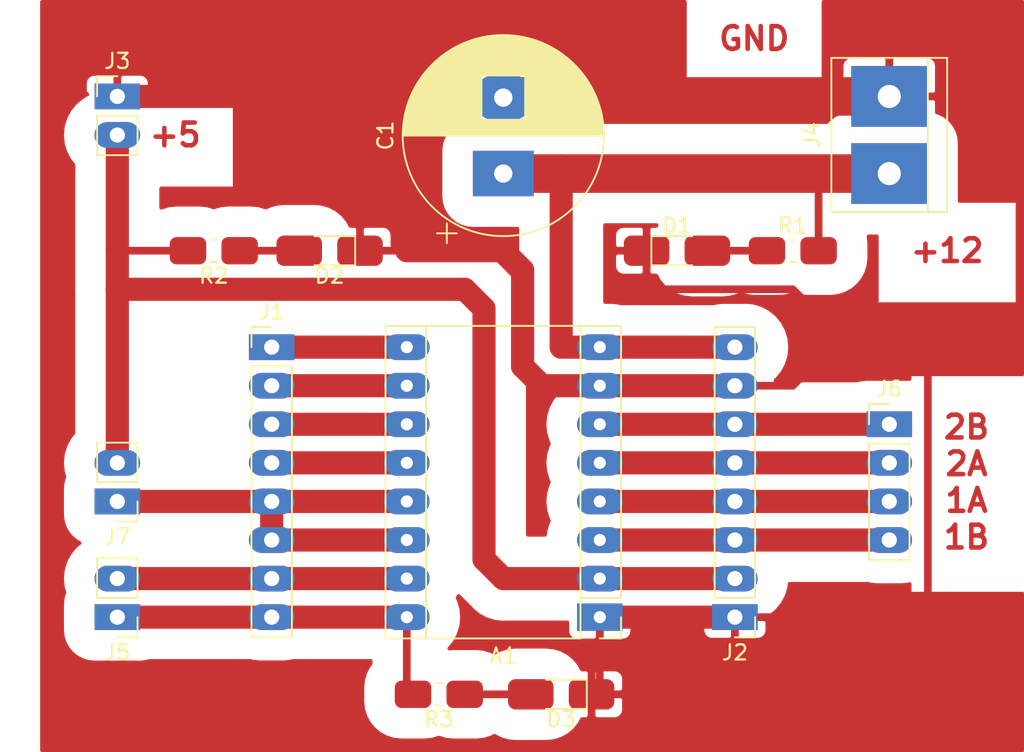
<source format=kicad_pcb>
(kicad_pcb (version 20171130) (host pcbnew "(5.1.8)-1")

  (general
    (thickness 1.6)
    (drawings 4)
    (tracks 76)
    (zones 0)
    (modules 15)
    (nets 18)
  )

  (page A4)
  (layers
    (0 F.Cu signal)
    (31 B.Cu signal)
    (32 B.Adhes user)
    (33 F.Adhes user)
    (34 B.Paste user)
    (35 F.Paste user)
    (36 B.SilkS user)
    (37 F.SilkS user)
    (38 B.Mask user)
    (39 F.Mask user)
    (40 Dwgs.User user)
    (41 Cmts.User user)
    (42 Eco1.User user)
    (43 Eco2.User user)
    (44 Edge.Cuts user)
    (45 Margin user)
    (46 B.CrtYd user)
    (47 F.CrtYd user)
    (48 B.Fab user)
    (49 F.Fab user)
  )

  (setup
    (last_trace_width 0.508)
    (user_trace_width 0.508)
    (user_trace_width 1.524)
    (user_trace_width 2.54)
    (trace_clearance 0.2)
    (zone_clearance 2)
    (zone_45_only yes)
    (trace_min 0.2)
    (via_size 0.8)
    (via_drill 0.4)
    (via_min_size 0.4)
    (via_min_drill 0.3)
    (uvia_size 0.3)
    (uvia_drill 0.1)
    (uvias_allowed no)
    (uvia_min_size 0.2)
    (uvia_min_drill 0.1)
    (edge_width 0.05)
    (segment_width 0.2)
    (pcb_text_width 0.3)
    (pcb_text_size 1.5 1.5)
    (mod_edge_width 0.12)
    (mod_text_size 1 1)
    (mod_text_width 0.15)
    (pad_size 1.524 1.524)
    (pad_drill 0.762)
    (pad_to_mask_clearance 0)
    (aux_axis_origin 0 0)
    (visible_elements FFFFFF7F)
    (pcbplotparams
      (layerselection 0x010fc_ffffffff)
      (usegerberextensions false)
      (usegerberattributes true)
      (usegerberadvancedattributes true)
      (creategerberjobfile true)
      (excludeedgelayer true)
      (linewidth 0.100000)
      (plotframeref false)
      (viasonmask false)
      (mode 1)
      (useauxorigin false)
      (hpglpennumber 1)
      (hpglpenspeed 20)
      (hpglpendiameter 15.000000)
      (psnegative false)
      (psa4output false)
      (plotreference true)
      (plotvalue true)
      (plotinvisibletext false)
      (padsonsilk false)
      (subtractmaskfromsilk false)
      (outputformat 1)
      (mirror false)
      (drillshape 1)
      (scaleselection 1)
      (outputdirectory ""))
  )

  (net 0 "")
  (net 1 "Net-(A1-Pad16)")
  (net 2 +12V)
  (net 3 "Net-(A1-Pad15)")
  (net 4 GND)
  (net 5 "Net-(A1-Pad6)")
  (net 6 "Net-(A1-Pad13)")
  (net 7 "Net-(A1-Pad5)")
  (net 8 "Net-(A1-Pad12)")
  (net 9 "Net-(A1-Pad4)")
  (net 10 "Net-(A1-Pad11)")
  (net 11 "Net-(A1-Pad3)")
  (net 12 "Net-(A1-Pad10)")
  (net 13 +5V)
  (net 14 "Net-(A1-Pad9)")
  (net 15 "Net-(D1-Pad2)")
  (net 16 "Net-(D2-Pad2)")
  (net 17 "Net-(D3-Pad2)")

  (net_class Default "This is the default net class."
    (clearance 0.2)
    (trace_width 0.25)
    (via_dia 0.8)
    (via_drill 0.4)
    (uvia_dia 0.3)
    (uvia_drill 0.1)
    (add_net +12V)
    (add_net +5V)
    (add_net GND)
    (add_net "Net-(A1-Pad10)")
    (add_net "Net-(A1-Pad11)")
    (add_net "Net-(A1-Pad12)")
    (add_net "Net-(A1-Pad13)")
    (add_net "Net-(A1-Pad15)")
    (add_net "Net-(A1-Pad16)")
    (add_net "Net-(A1-Pad3)")
    (add_net "Net-(A1-Pad4)")
    (add_net "Net-(A1-Pad5)")
    (add_net "Net-(A1-Pad6)")
    (add_net "Net-(A1-Pad9)")
    (add_net "Net-(D1-Pad2)")
    (add_net "Net-(D2-Pad2)")
    (add_net "Net-(D3-Pad2)")
  )

  (module AR_Library:AR_PinHeader_1x02_P2.54mm_Vertical (layer F.Cu) (tedit 60191DB1) (tstamp 601A3CB3)
    (at 127 73.66 180)
    (descr "Through hole straight pin header, 1x02, 2.54mm pitch, single row")
    (tags "Through hole pin header THT 1x02 2.54mm single row")
    (path /60263D88)
    (fp_text reference J7 (at 0 -2.33) (layer F.SilkS)
      (effects (font (size 1 1) (thickness 0.15)))
    )
    (fp_text value Conn_01x02_Female (at 0 4.87) (layer F.Fab)
      (effects (font (size 1 1) (thickness 0.15)))
    )
    (fp_text user %R (at 0 1.27 90) (layer F.Fab)
      (effects (font (size 1 1) (thickness 0.15)))
    )
    (fp_line (start 1.8 -1.8) (end -1.8 -1.8) (layer F.CrtYd) (width 0.05))
    (fp_line (start 1.8 4.35) (end 1.8 -1.8) (layer F.CrtYd) (width 0.05))
    (fp_line (start -1.8 4.35) (end 1.8 4.35) (layer F.CrtYd) (width 0.05))
    (fp_line (start -1.8 -1.8) (end -1.8 4.35) (layer F.CrtYd) (width 0.05))
    (fp_line (start -1.33 -1.33) (end 0 -1.33) (layer F.SilkS) (width 0.12))
    (fp_line (start -1.33 0) (end -1.33 -1.33) (layer F.SilkS) (width 0.12))
    (fp_line (start -1.33 1.27) (end 1.33 1.27) (layer F.SilkS) (width 0.12))
    (fp_line (start 1.33 1.27) (end 1.33 3.87) (layer F.SilkS) (width 0.12))
    (fp_line (start -1.33 1.27) (end -1.33 3.87) (layer F.SilkS) (width 0.12))
    (fp_line (start -1.33 3.87) (end 1.33 3.87) (layer F.SilkS) (width 0.12))
    (fp_line (start -1.27 -0.635) (end -0.635 -1.27) (layer F.Fab) (width 0.1))
    (fp_line (start -1.27 3.81) (end -1.27 -0.635) (layer F.Fab) (width 0.1))
    (fp_line (start 1.27 3.81) (end -1.27 3.81) (layer F.Fab) (width 0.1))
    (fp_line (start 1.27 -1.27) (end 1.27 3.81) (layer F.Fab) (width 0.1))
    (fp_line (start -0.635 -1.27) (end 1.27 -1.27) (layer F.Fab) (width 0.1))
    (pad 2 thru_hole oval (at 0 2.54 180) (size 3 1.7) (drill 1) (layers *.Cu *.Mask)
      (net 13 +5V))
    (pad 1 thru_hole rect (at 0 0 180) (size 3 1.7) (drill 1) (layers *.Cu *.Mask)
      (net 6 "Net-(A1-Pad13)"))
    (model ${KISYS3DMOD}/Connector_PinHeader_2.54mm.3dshapes/PinHeader_1x02_P2.54mm_Vertical.wrl
      (at (xyz 0 0 0))
      (scale (xyz 1 1 1))
      (rotate (xyz 0 0 0))
    )
  )

  (module AR_Library:AR_PinHeader_1x02_P2.54mm_Vertical (layer F.Cu) (tedit 60191DB1) (tstamp 6019E7ED)
    (at 127 81.28 180)
    (descr "Through hole straight pin header, 1x02, 2.54mm pitch, single row")
    (tags "Through hole pin header THT 1x02 2.54mm single row")
    (path /6023DEE8)
    (fp_text reference J5 (at 0 -2.33) (layer F.SilkS)
      (effects (font (size 1 1) (thickness 0.15)))
    )
    (fp_text value Conn_01x02_Female (at 0 4.87) (layer F.Fab)
      (effects (font (size 1 1) (thickness 0.15)))
    )
    (fp_text user %R (at 0 1.27 90) (layer F.Fab)
      (effects (font (size 1 1) (thickness 0.15)))
    )
    (fp_line (start 1.8 -1.8) (end -1.8 -1.8) (layer F.CrtYd) (width 0.05))
    (fp_line (start 1.8 4.35) (end 1.8 -1.8) (layer F.CrtYd) (width 0.05))
    (fp_line (start -1.8 4.35) (end 1.8 4.35) (layer F.CrtYd) (width 0.05))
    (fp_line (start -1.8 -1.8) (end -1.8 4.35) (layer F.CrtYd) (width 0.05))
    (fp_line (start -1.33 -1.33) (end 0 -1.33) (layer F.SilkS) (width 0.12))
    (fp_line (start -1.33 0) (end -1.33 -1.33) (layer F.SilkS) (width 0.12))
    (fp_line (start -1.33 1.27) (end 1.33 1.27) (layer F.SilkS) (width 0.12))
    (fp_line (start 1.33 1.27) (end 1.33 3.87) (layer F.SilkS) (width 0.12))
    (fp_line (start -1.33 1.27) (end -1.33 3.87) (layer F.SilkS) (width 0.12))
    (fp_line (start -1.33 3.87) (end 1.33 3.87) (layer F.SilkS) (width 0.12))
    (fp_line (start -1.27 -0.635) (end -0.635 -1.27) (layer F.Fab) (width 0.1))
    (fp_line (start -1.27 3.81) (end -1.27 -0.635) (layer F.Fab) (width 0.1))
    (fp_line (start 1.27 3.81) (end -1.27 3.81) (layer F.Fab) (width 0.1))
    (fp_line (start 1.27 -1.27) (end 1.27 3.81) (layer F.Fab) (width 0.1))
    (fp_line (start -0.635 -1.27) (end 1.27 -1.27) (layer F.Fab) (width 0.1))
    (pad 2 thru_hole oval (at 0 2.54 180) (size 3 1.7) (drill 1) (layers *.Cu *.Mask)
      (net 3 "Net-(A1-Pad15)"))
    (pad 1 thru_hole rect (at 0 0 180) (size 3 1.7) (drill 1) (layers *.Cu *.Mask)
      (net 1 "Net-(A1-Pad16)"))
    (model ${KISYS3DMOD}/Connector_PinHeader_2.54mm.3dshapes/PinHeader_1x02_P2.54mm_Vertical.wrl
      (at (xyz 0 0 0))
      (scale (xyz 1 1 1))
      (rotate (xyz 0 0 0))
    )
  )

  (module AR_Library:AR_Pololu_Breakout-16_15.2x20.3mm (layer F.Cu) (tedit 60191CA9) (tstamp 6019B083)
    (at 158.75 81.28 180)
    (descr "Pololu Breakout 16-pin 15.2x20.3mm 0.6x0.8\\")
    (tags "Pololu Breakout")
    (path /60191BC3)
    (fp_text reference A1 (at 6.35 -2.54) (layer F.SilkS)
      (effects (font (size 1 1) (thickness 0.15)))
    )
    (fp_text value Pololu_Breakout_A4988 (at 6.35 20.17) (layer F.Fab)
      (effects (font (size 1 1) (thickness 0.15)))
    )
    (fp_text user %R (at 6.35 0) (layer F.Fab)
      (effects (font (size 1 1) (thickness 0.15)))
    )
    (fp_line (start 14.21 19.3) (end -1.53 19.3) (layer F.CrtYd) (width 0.05))
    (fp_line (start 14.21 19.3) (end 14.21 -1.52) (layer F.CrtYd) (width 0.05))
    (fp_line (start -1.53 -1.52) (end -1.53 19.3) (layer F.CrtYd) (width 0.05))
    (fp_line (start -1.53 -1.52) (end 14.21 -1.52) (layer F.CrtYd) (width 0.05))
    (fp_line (start -1.27 19.05) (end -1.27 0) (layer F.Fab) (width 0.1))
    (fp_line (start 13.97 19.05) (end -1.27 19.05) (layer F.Fab) (width 0.1))
    (fp_line (start 13.97 -1.27) (end 13.97 19.05) (layer F.Fab) (width 0.1))
    (fp_line (start 0 -1.27) (end 13.97 -1.27) (layer F.Fab) (width 0.1))
    (fp_line (start -1.27 0) (end 0 -1.27) (layer F.Fab) (width 0.1))
    (fp_line (start 14.1 -1.4) (end 1.27 -1.4) (layer F.SilkS) (width 0.12))
    (fp_line (start 14.1 19.18) (end 14.1 -1.4) (layer F.SilkS) (width 0.12))
    (fp_line (start -1.4 19.18) (end 14.1 19.18) (layer F.SilkS) (width 0.12))
    (fp_line (start -1.4 1.27) (end -1.4 19.18) (layer F.SilkS) (width 0.12))
    (fp_line (start 1.27 1.27) (end -1.4 1.27) (layer F.SilkS) (width 0.12))
    (fp_line (start 1.27 -1.4) (end 1.27 1.27) (layer F.SilkS) (width 0.12))
    (fp_line (start -1.4 -1.4) (end -1.4 0) (layer F.SilkS) (width 0.12))
    (fp_line (start 0 -1.4) (end -1.4 -1.4) (layer F.SilkS) (width 0.12))
    (fp_line (start 1.27 1.27) (end 1.27 19.18) (layer F.SilkS) (width 0.12))
    (fp_line (start 11.43 -1.4) (end 11.43 19.18) (layer F.SilkS) (width 0.12))
    (pad 16 thru_hole oval (at 12.7 0 180) (size 3 1.7) (drill 0.8) (layers *.Cu *.Mask)
      (net 1 "Net-(A1-Pad16)"))
    (pad 8 thru_hole oval (at 0 17.78 180) (size 3 1.7) (drill 0.8) (layers *.Cu *.Mask)
      (net 2 +12V))
    (pad 15 thru_hole oval (at 12.7 2.54 180) (size 3 1.7) (drill 0.8) (layers *.Cu *.Mask)
      (net 3 "Net-(A1-Pad15)"))
    (pad 7 thru_hole oval (at 0 15.24 180) (size 3 1.7) (drill 0.8) (layers *.Cu *.Mask)
      (net 4 GND))
    (pad 14 thru_hole oval (at 12.7 5.08 180) (size 3 1.7) (drill 0.8) (layers *.Cu *.Mask)
      (net 6 "Net-(A1-Pad13)"))
    (pad 6 thru_hole oval (at 0 12.7 180) (size 3 1.7) (drill 0.8) (layers *.Cu *.Mask)
      (net 5 "Net-(A1-Pad6)"))
    (pad 13 thru_hole oval (at 12.7 7.62 180) (size 3 1.7) (drill 0.8) (layers *.Cu *.Mask)
      (net 6 "Net-(A1-Pad13)"))
    (pad 5 thru_hole oval (at 0 10.16 180) (size 3 1.7) (drill 0.8) (layers *.Cu *.Mask)
      (net 7 "Net-(A1-Pad5)"))
    (pad 12 thru_hole oval (at 12.7 10.16 180) (size 3 1.7) (drill 0.8) (layers *.Cu *.Mask)
      (net 8 "Net-(A1-Pad12)"))
    (pad 4 thru_hole oval (at 0 7.62 180) (size 3 1.7) (drill 0.8) (layers *.Cu *.Mask)
      (net 9 "Net-(A1-Pad4)"))
    (pad 11 thru_hole oval (at 12.7 12.7 180) (size 3 1.7) (drill 0.8) (layers *.Cu *.Mask)
      (net 10 "Net-(A1-Pad11)"))
    (pad 3 thru_hole oval (at 0 5.08 180) (size 3 1.7) (drill 0.8) (layers *.Cu *.Mask)
      (net 11 "Net-(A1-Pad3)"))
    (pad 10 thru_hole oval (at 12.7 15.24 180) (size 3 1.7) (drill 0.8) (layers *.Cu *.Mask)
      (net 12 "Net-(A1-Pad10)"))
    (pad 2 thru_hole oval (at 0 2.54 180) (size 3 1.7) (drill 0.8) (layers *.Cu *.Mask)
      (net 13 +5V))
    (pad 9 thru_hole oval (at 12.7 17.78 180) (size 3 1.7) (drill 0.8) (layers *.Cu *.Mask)
      (net 14 "Net-(A1-Pad9)"))
    (pad 1 thru_hole rect (at 0 0 180) (size 3 1.8) (drill 0.8) (layers *.Cu *.Mask)
      (net 4 GND))
    (model ${KISYS3DMOD}/Module.3dshapes/Pololu_Breakout-16_15.2x20.3mm.wrl
      (at (xyz 0 0 0))
      (scale (xyz 1 1 1))
      (rotate (xyz 0 0 0))
    )
  )

  (module AR_Library:AR_R_0805_2012Metric (layer F.Cu) (tedit 601926D9) (tstamp 6019B2A8)
    (at 148.16 86.36 180)
    (descr "Resistor SMD 0805 (2012 Metric), square (rectangular) end terminal, IPC_7351 nominal, (Body size source: IPC-SM-782 page 72, https://www.pcb-3d.com/wordpress/wp-content/uploads/ipc-sm-782a_amendment_1_and_2.pdf), generated with kicad-footprint-generator")
    (tags resistor)
    (path /601D202A)
    (attr smd)
    (fp_text reference R3 (at 0 -1.65) (layer F.SilkS)
      (effects (font (size 1 1) (thickness 0.15)))
    )
    (fp_text value 200 (at 0 1.65) (layer F.Fab)
      (effects (font (size 1 1) (thickness 0.15)))
    )
    (fp_text user %R (at 0 0) (layer F.Fab)
      (effects (font (size 0.5 0.5) (thickness 0.08)))
    )
    (fp_line (start 1.68 0.95) (end -1.68 0.95) (layer F.CrtYd) (width 0.05))
    (fp_line (start 1.68 -0.95) (end 1.68 0.95) (layer F.CrtYd) (width 0.05))
    (fp_line (start -1.68 -0.95) (end 1.68 -0.95) (layer F.CrtYd) (width 0.05))
    (fp_line (start -1.68 0.95) (end -1.68 -0.95) (layer F.CrtYd) (width 0.05))
    (fp_line (start -0.227064 0.735) (end 0.227064 0.735) (layer F.SilkS) (width 0.12))
    (fp_line (start -0.227064 -0.735) (end 0.227064 -0.735) (layer F.SilkS) (width 0.12))
    (fp_line (start 1 0.625) (end -1 0.625) (layer F.Fab) (width 0.1))
    (fp_line (start 1 -0.625) (end 1 0.625) (layer F.Fab) (width 0.1))
    (fp_line (start -1 -0.625) (end 1 -0.625) (layer F.Fab) (width 0.1))
    (fp_line (start -1 0.625) (end -1 -0.625) (layer F.Fab) (width 0.1))
    (pad 2 smd roundrect (at 1.7 0 180) (size 2.4 1.8) (layers F.Cu F.Paste F.Mask) (roundrect_rratio 0.244)
      (net 1 "Net-(A1-Pad16)"))
    (pad 1 smd roundrect (at -1.7 0 180) (size 2.4 1.8) (layers F.Cu F.Paste F.Mask) (roundrect_rratio 0.244)
      (net 17 "Net-(D3-Pad2)"))
    (model ${KISYS3DMOD}/Resistor_SMD.3dshapes/R_0805_2012Metric.wrl
      (at (xyz 0 0 0))
      (scale (xyz 1 1 1))
      (rotate (xyz 0 0 0))
    )
  )

  (module AR_Library:AR_R_0805_2012Metric (layer F.Cu) (tedit 601926D9) (tstamp 6019B297)
    (at 133.35 57.15 180)
    (descr "Resistor SMD 0805 (2012 Metric), square (rectangular) end terminal, IPC_7351 nominal, (Body size source: IPC-SM-782 page 72, https://www.pcb-3d.com/wordpress/wp-content/uploads/ipc-sm-782a_amendment_1_and_2.pdf), generated with kicad-footprint-generator")
    (tags resistor)
    (path /601CF267)
    (attr smd)
    (fp_text reference R2 (at 0 -1.65) (layer F.SilkS)
      (effects (font (size 1 1) (thickness 0.15)))
    )
    (fp_text value 200 (at 0 1.65) (layer F.Fab)
      (effects (font (size 1 1) (thickness 0.15)))
    )
    (fp_text user %R (at 0 0) (layer F.Fab)
      (effects (font (size 0.5 0.5) (thickness 0.08)))
    )
    (fp_line (start 1.68 0.95) (end -1.68 0.95) (layer F.CrtYd) (width 0.05))
    (fp_line (start 1.68 -0.95) (end 1.68 0.95) (layer F.CrtYd) (width 0.05))
    (fp_line (start -1.68 -0.95) (end 1.68 -0.95) (layer F.CrtYd) (width 0.05))
    (fp_line (start -1.68 0.95) (end -1.68 -0.95) (layer F.CrtYd) (width 0.05))
    (fp_line (start -0.227064 0.735) (end 0.227064 0.735) (layer F.SilkS) (width 0.12))
    (fp_line (start -0.227064 -0.735) (end 0.227064 -0.735) (layer F.SilkS) (width 0.12))
    (fp_line (start 1 0.625) (end -1 0.625) (layer F.Fab) (width 0.1))
    (fp_line (start 1 -0.625) (end 1 0.625) (layer F.Fab) (width 0.1))
    (fp_line (start -1 -0.625) (end 1 -0.625) (layer F.Fab) (width 0.1))
    (fp_line (start -1 0.625) (end -1 -0.625) (layer F.Fab) (width 0.1))
    (pad 2 smd roundrect (at 1.7 0 180) (size 2.4 1.8) (layers F.Cu F.Paste F.Mask) (roundrect_rratio 0.244)
      (net 13 +5V))
    (pad 1 smd roundrect (at -1.7 0 180) (size 2.4 1.8) (layers F.Cu F.Paste F.Mask) (roundrect_rratio 0.244)
      (net 16 "Net-(D2-Pad2)"))
    (model ${KISYS3DMOD}/Resistor_SMD.3dshapes/R_0805_2012Metric.wrl
      (at (xyz 0 0 0))
      (scale (xyz 1 1 1))
      (rotate (xyz 0 0 0))
    )
  )

  (module AR_Library:AR_R_0805_2012Metric (layer F.Cu) (tedit 601926D9) (tstamp 6019B286)
    (at 171.45 57.15)
    (descr "Resistor SMD 0805 (2012 Metric), square (rectangular) end terminal, IPC_7351 nominal, (Body size source: IPC-SM-782 page 72, https://www.pcb-3d.com/wordpress/wp-content/uploads/ipc-sm-782a_amendment_1_and_2.pdf), generated with kicad-footprint-generator")
    (tags resistor)
    (path /601978E3)
    (attr smd)
    (fp_text reference R1 (at 0 -1.65) (layer F.SilkS)
      (effects (font (size 1 1) (thickness 0.15)))
    )
    (fp_text value 1k (at 0 1.65) (layer F.Fab)
      (effects (font (size 1 1) (thickness 0.15)))
    )
    (fp_text user %R (at 0 0) (layer F.Fab)
      (effects (font (size 0.5 0.5) (thickness 0.08)))
    )
    (fp_line (start 1.68 0.95) (end -1.68 0.95) (layer F.CrtYd) (width 0.05))
    (fp_line (start 1.68 -0.95) (end 1.68 0.95) (layer F.CrtYd) (width 0.05))
    (fp_line (start -1.68 -0.95) (end 1.68 -0.95) (layer F.CrtYd) (width 0.05))
    (fp_line (start -1.68 0.95) (end -1.68 -0.95) (layer F.CrtYd) (width 0.05))
    (fp_line (start -0.227064 0.735) (end 0.227064 0.735) (layer F.SilkS) (width 0.12))
    (fp_line (start -0.227064 -0.735) (end 0.227064 -0.735) (layer F.SilkS) (width 0.12))
    (fp_line (start 1 0.625) (end -1 0.625) (layer F.Fab) (width 0.1))
    (fp_line (start 1 -0.625) (end 1 0.625) (layer F.Fab) (width 0.1))
    (fp_line (start -1 -0.625) (end 1 -0.625) (layer F.Fab) (width 0.1))
    (fp_line (start -1 0.625) (end -1 -0.625) (layer F.Fab) (width 0.1))
    (pad 2 smd roundrect (at 1.7 0) (size 2.4 1.8) (layers F.Cu F.Paste F.Mask) (roundrect_rratio 0.244)
      (net 2 +12V))
    (pad 1 smd roundrect (at -1.7 0) (size 2.4 1.8) (layers F.Cu F.Paste F.Mask) (roundrect_rratio 0.244)
      (net 15 "Net-(D1-Pad2)"))
    (model ${KISYS3DMOD}/Resistor_SMD.3dshapes/R_0805_2012Metric.wrl
      (at (xyz 0 0 0))
      (scale (xyz 1 1 1))
      (rotate (xyz 0 0 0))
    )
  )

  (module AR_Library:AR_PinHeader_1x04_P2.54mm_Vertical (layer F.Cu) (tedit 6019465F) (tstamp 6019B275)
    (at 177.8 68.58)
    (descr "Through hole straight pin header, 1x04, 2.54mm pitch, single row")
    (tags "Through hole pin header THT 1x04 2.54mm single row")
    (path /60201306)
    (fp_text reference J6 (at 0 -2.33) (layer F.SilkS)
      (effects (font (size 1 1) (thickness 0.15)))
    )
    (fp_text value Conn_01x04_Male (at 0 9.95) (layer F.Fab)
      (effects (font (size 1 1) (thickness 0.15)))
    )
    (fp_text user %R (at 0 3.81 90) (layer F.Fab)
      (effects (font (size 1 1) (thickness 0.15)))
    )
    (fp_line (start 1.8 -1.8) (end -1.8 -1.8) (layer F.CrtYd) (width 0.05))
    (fp_line (start 1.8 9.4) (end 1.8 -1.8) (layer F.CrtYd) (width 0.05))
    (fp_line (start -1.8 9.4) (end 1.8 9.4) (layer F.CrtYd) (width 0.05))
    (fp_line (start -1.8 -1.8) (end -1.8 9.4) (layer F.CrtYd) (width 0.05))
    (fp_line (start -1.33 -1.33) (end 0 -1.33) (layer F.SilkS) (width 0.12))
    (fp_line (start -1.33 0) (end -1.33 -1.33) (layer F.SilkS) (width 0.12))
    (fp_line (start -1.33 1.27) (end 1.33 1.27) (layer F.SilkS) (width 0.12))
    (fp_line (start 1.33 1.27) (end 1.33 8.95) (layer F.SilkS) (width 0.12))
    (fp_line (start -1.33 1.27) (end -1.33 8.95) (layer F.SilkS) (width 0.12))
    (fp_line (start -1.33 8.95) (end 1.33 8.95) (layer F.SilkS) (width 0.12))
    (fp_line (start -1.27 -0.635) (end -0.635 -1.27) (layer F.Fab) (width 0.1))
    (fp_line (start -1.27 8.89) (end -1.27 -0.635) (layer F.Fab) (width 0.1))
    (fp_line (start 1.27 8.89) (end -1.27 8.89) (layer F.Fab) (width 0.1))
    (fp_line (start 1.27 -1.27) (end 1.27 8.89) (layer F.Fab) (width 0.1))
    (fp_line (start -0.635 -1.27) (end 1.27 -1.27) (layer F.Fab) (width 0.1))
    (pad 4 thru_hole oval (at 0 7.62) (size 3 1.7) (drill 1) (layers *.Cu *.Mask)
      (net 11 "Net-(A1-Pad3)"))
    (pad 3 thru_hole oval (at 0 5.08) (size 3 1.7) (drill 1) (layers *.Cu *.Mask)
      (net 9 "Net-(A1-Pad4)"))
    (pad 2 thru_hole oval (at 0 2.54) (size 3 1.7) (drill 1) (layers *.Cu *.Mask)
      (net 7 "Net-(A1-Pad5)"))
    (pad 1 thru_hole rect (at 0 0) (size 3 1.7) (drill 1) (layers *.Cu *.Mask)
      (net 5 "Net-(A1-Pad6)"))
    (model ${KISYS3DMOD}/Connector_PinHeader_2.54mm.3dshapes/PinHeader_1x04_P2.54mm_Vertical.wrl
      (at (xyz 0 0 0))
      (scale (xyz 1 1 1))
      (rotate (xyz 0 0 0))
    )
  )

  (module AR_Library:AR_TerminalBlock_bornier-2_P5.08mm (layer F.Cu) (tedit 6019249F) (tstamp 6019B231)
    (at 177.8 52.07 90)
    (descr "simple 2-pin terminal block, pitch 5.08mm, revamped version of bornier2")
    (tags "terminal block bornier2")
    (path /6019442B)
    (fp_text reference J4 (at 2.54 -5.08 90) (layer F.SilkS)
      (effects (font (size 1 1) (thickness 0.15)))
    )
    (fp_text value Screw_Terminal_01x02 (at 2.54 5.08 90) (layer F.Fab)
      (effects (font (size 1 1) (thickness 0.15)))
    )
    (fp_text user %R (at 2.54 0 90) (layer F.Fab)
      (effects (font (size 1 1) (thickness 0.15)))
    )
    (fp_line (start 7.79 4) (end -2.71 4) (layer F.CrtYd) (width 0.05))
    (fp_line (start 7.79 4) (end 7.79 -4) (layer F.CrtYd) (width 0.05))
    (fp_line (start -2.71 -4) (end -2.71 4) (layer F.CrtYd) (width 0.05))
    (fp_line (start -2.71 -4) (end 7.79 -4) (layer F.CrtYd) (width 0.05))
    (fp_line (start -2.54 3.81) (end 7.62 3.81) (layer F.SilkS) (width 0.12))
    (fp_line (start -2.54 -3.81) (end -2.54 3.81) (layer F.SilkS) (width 0.12))
    (fp_line (start 7.62 -3.81) (end -2.54 -3.81) (layer F.SilkS) (width 0.12))
    (fp_line (start 7.62 3.81) (end 7.62 -3.81) (layer F.SilkS) (width 0.12))
    (fp_line (start 7.62 2.54) (end -2.54 2.54) (layer F.SilkS) (width 0.12))
    (fp_line (start 7.54 -3.75) (end -2.46 -3.75) (layer F.Fab) (width 0.1))
    (fp_line (start 7.54 3.75) (end 7.54 -3.75) (layer F.Fab) (width 0.1))
    (fp_line (start -2.46 3.75) (end 7.54 3.75) (layer F.Fab) (width 0.1))
    (fp_line (start -2.46 -3.75) (end -2.46 3.75) (layer F.Fab) (width 0.1))
    (fp_line (start -2.41 2.55) (end 7.49 2.55) (layer F.Fab) (width 0.1))
    (pad 2 thru_hole rect (at 5.08 0 90) (size 4 5) (drill 1.52) (layers *.Cu *.Mask)
      (net 4 GND))
    (pad 1 thru_hole rect (at 0 0 90) (size 4 5) (drill 1.52) (layers *.Cu *.Mask)
      (net 2 +12V))
    (model ${KISYS3DMOD}/TerminalBlock.3dshapes/TerminalBlock_bornier-2_P5.08mm.wrl
      (offset (xyz 2.539999961853027 0 0))
      (scale (xyz 1 1 1))
      (rotate (xyz 0 0 0))
    )
  )

  (module AR_Library:AR_PinHeader_1x02_P2.54mm_Vertical (layer F.Cu) (tedit 60191DB1) (tstamp 6019B21C)
    (at 127 46.99)
    (descr "Through hole straight pin header, 1x02, 2.54mm pitch, single row")
    (tags "Through hole pin header THT 1x02 2.54mm single row")
    (path /601A328B)
    (fp_text reference J3 (at 0 -2.33) (layer F.SilkS)
      (effects (font (size 1 1) (thickness 0.15)))
    )
    (fp_text value Conn_01x02_Female (at 0 4.87) (layer F.Fab)
      (effects (font (size 1 1) (thickness 0.15)))
    )
    (fp_text user %R (at 0 1.27 90) (layer F.Fab)
      (effects (font (size 1 1) (thickness 0.15)))
    )
    (fp_line (start 1.8 -1.8) (end -1.8 -1.8) (layer F.CrtYd) (width 0.05))
    (fp_line (start 1.8 4.35) (end 1.8 -1.8) (layer F.CrtYd) (width 0.05))
    (fp_line (start -1.8 4.35) (end 1.8 4.35) (layer F.CrtYd) (width 0.05))
    (fp_line (start -1.8 -1.8) (end -1.8 4.35) (layer F.CrtYd) (width 0.05))
    (fp_line (start -1.33 -1.33) (end 0 -1.33) (layer F.SilkS) (width 0.12))
    (fp_line (start -1.33 0) (end -1.33 -1.33) (layer F.SilkS) (width 0.12))
    (fp_line (start -1.33 1.27) (end 1.33 1.27) (layer F.SilkS) (width 0.12))
    (fp_line (start 1.33 1.27) (end 1.33 3.87) (layer F.SilkS) (width 0.12))
    (fp_line (start -1.33 1.27) (end -1.33 3.87) (layer F.SilkS) (width 0.12))
    (fp_line (start -1.33 3.87) (end 1.33 3.87) (layer F.SilkS) (width 0.12))
    (fp_line (start -1.27 -0.635) (end -0.635 -1.27) (layer F.Fab) (width 0.1))
    (fp_line (start -1.27 3.81) (end -1.27 -0.635) (layer F.Fab) (width 0.1))
    (fp_line (start 1.27 3.81) (end -1.27 3.81) (layer F.Fab) (width 0.1))
    (fp_line (start 1.27 -1.27) (end 1.27 3.81) (layer F.Fab) (width 0.1))
    (fp_line (start -0.635 -1.27) (end 1.27 -1.27) (layer F.Fab) (width 0.1))
    (pad 2 thru_hole oval (at 0 2.54) (size 3 1.7) (drill 1) (layers *.Cu *.Mask)
      (net 13 +5V))
    (pad 1 thru_hole rect (at 0 0) (size 3 1.7) (drill 1) (layers *.Cu *.Mask)
      (net 4 GND))
    (model ${KISYS3DMOD}/Connector_PinHeader_2.54mm.3dshapes/PinHeader_1x02_P2.54mm_Vertical.wrl
      (at (xyz 0 0 0))
      (scale (xyz 1 1 1))
      (rotate (xyz 0 0 0))
    )
  )

  (module AR_Library:AR_PinHeader_1x08_P2.54mm_Vertical (layer F.Cu) (tedit 60191D37) (tstamp 6019BE2D)
    (at 167.64 81.28 180)
    (descr "Through hole straight pin header, 1x08, 2.54mm pitch, single row")
    (tags "Through hole pin header THT 1x08 2.54mm single row")
    (path /601987BD)
    (fp_text reference J2 (at 0 -2.33) (layer F.SilkS)
      (effects (font (size 1 1) (thickness 0.15)))
    )
    (fp_text value Conn_01x08_Female (at 0 20.11) (layer F.Fab)
      (effects (font (size 1 1) (thickness 0.15)))
    )
    (fp_text user %R (at 0 8.89 90) (layer F.Fab)
      (effects (font (size 1 1) (thickness 0.15)))
    )
    (fp_line (start 1.8 -1.8) (end -1.8 -1.8) (layer F.CrtYd) (width 0.05))
    (fp_line (start 1.8 19.55) (end 1.8 -1.8) (layer F.CrtYd) (width 0.05))
    (fp_line (start -1.8 19.55) (end 1.8 19.55) (layer F.CrtYd) (width 0.05))
    (fp_line (start -1.8 -1.8) (end -1.8 19.55) (layer F.CrtYd) (width 0.05))
    (fp_line (start -1.33 -1.33) (end 0 -1.33) (layer F.SilkS) (width 0.12))
    (fp_line (start -1.33 0) (end -1.33 -1.33) (layer F.SilkS) (width 0.12))
    (fp_line (start -1.33 1.27) (end 1.33 1.27) (layer F.SilkS) (width 0.12))
    (fp_line (start 1.33 1.27) (end 1.33 19.11) (layer F.SilkS) (width 0.12))
    (fp_line (start -1.33 1.27) (end -1.33 19.11) (layer F.SilkS) (width 0.12))
    (fp_line (start -1.33 19.11) (end 1.33 19.11) (layer F.SilkS) (width 0.12))
    (fp_line (start -1.27 -0.635) (end -0.635 -1.27) (layer F.Fab) (width 0.1))
    (fp_line (start -1.27 19.05) (end -1.27 -0.635) (layer F.Fab) (width 0.1))
    (fp_line (start 1.27 19.05) (end -1.27 19.05) (layer F.Fab) (width 0.1))
    (fp_line (start 1.27 -1.27) (end 1.27 19.05) (layer F.Fab) (width 0.1))
    (fp_line (start -0.635 -1.27) (end 1.27 -1.27) (layer F.Fab) (width 0.1))
    (pad 8 thru_hole oval (at 0 17.78 180) (size 3 1.7) (drill 1) (layers *.Cu *.Mask)
      (net 2 +12V))
    (pad 7 thru_hole oval (at 0 15.24 180) (size 3 1.7) (drill 1) (layers *.Cu *.Mask)
      (net 4 GND))
    (pad 6 thru_hole oval (at 0 12.7 180) (size 3 1.7) (drill 1) (layers *.Cu *.Mask)
      (net 5 "Net-(A1-Pad6)"))
    (pad 5 thru_hole oval (at 0 10.16 180) (size 3 1.7) (drill 1) (layers *.Cu *.Mask)
      (net 7 "Net-(A1-Pad5)"))
    (pad 4 thru_hole oval (at 0 7.62 180) (size 3 1.7) (drill 1) (layers *.Cu *.Mask)
      (net 9 "Net-(A1-Pad4)"))
    (pad 3 thru_hole oval (at 0 5.08 180) (size 3 1.7) (drill 1) (layers *.Cu *.Mask)
      (net 11 "Net-(A1-Pad3)"))
    (pad 2 thru_hole oval (at 0 2.54 180) (size 3 1.7) (drill 1) (layers *.Cu *.Mask)
      (net 13 +5V))
    (pad 1 thru_hole rect (at 0 0 180) (size 3 1.7) (drill 1) (layers *.Cu *.Mask)
      (net 4 GND))
    (model ${KISYS3DMOD}/Connector_PinHeader_2.54mm.3dshapes/PinHeader_1x08_P2.54mm_Vertical.wrl
      (at (xyz 0 0 0))
      (scale (xyz 1 1 1))
      (rotate (xyz 0 0 0))
    )
  )

  (module AR_Library:AR_PinHeader_1x08_P2.54mm_Vertical (layer F.Cu) (tedit 60191D37) (tstamp 6019B1EA)
    (at 137.16 63.5)
    (descr "Through hole straight pin header, 1x08, 2.54mm pitch, single row")
    (tags "Through hole pin header THT 1x08 2.54mm single row")
    (path /60195D82)
    (fp_text reference J1 (at 0 -2.33) (layer F.SilkS)
      (effects (font (size 1 1) (thickness 0.15)))
    )
    (fp_text value Conn_01x08_Female (at 0 20.11) (layer F.Fab)
      (effects (font (size 1 1) (thickness 0.15)))
    )
    (fp_text user %R (at 0 8.89 90) (layer F.Fab)
      (effects (font (size 1 1) (thickness 0.15)))
    )
    (fp_line (start 1.8 -1.8) (end -1.8 -1.8) (layer F.CrtYd) (width 0.05))
    (fp_line (start 1.8 19.55) (end 1.8 -1.8) (layer F.CrtYd) (width 0.05))
    (fp_line (start -1.8 19.55) (end 1.8 19.55) (layer F.CrtYd) (width 0.05))
    (fp_line (start -1.8 -1.8) (end -1.8 19.55) (layer F.CrtYd) (width 0.05))
    (fp_line (start -1.33 -1.33) (end 0 -1.33) (layer F.SilkS) (width 0.12))
    (fp_line (start -1.33 0) (end -1.33 -1.33) (layer F.SilkS) (width 0.12))
    (fp_line (start -1.33 1.27) (end 1.33 1.27) (layer F.SilkS) (width 0.12))
    (fp_line (start 1.33 1.27) (end 1.33 19.11) (layer F.SilkS) (width 0.12))
    (fp_line (start -1.33 1.27) (end -1.33 19.11) (layer F.SilkS) (width 0.12))
    (fp_line (start -1.33 19.11) (end 1.33 19.11) (layer F.SilkS) (width 0.12))
    (fp_line (start -1.27 -0.635) (end -0.635 -1.27) (layer F.Fab) (width 0.1))
    (fp_line (start -1.27 19.05) (end -1.27 -0.635) (layer F.Fab) (width 0.1))
    (fp_line (start 1.27 19.05) (end -1.27 19.05) (layer F.Fab) (width 0.1))
    (fp_line (start 1.27 -1.27) (end 1.27 19.05) (layer F.Fab) (width 0.1))
    (fp_line (start -0.635 -1.27) (end 1.27 -1.27) (layer F.Fab) (width 0.1))
    (pad 8 thru_hole oval (at 0 17.78) (size 3 1.7) (drill 1) (layers *.Cu *.Mask)
      (net 1 "Net-(A1-Pad16)"))
    (pad 7 thru_hole oval (at 0 15.24) (size 3 1.7) (drill 1) (layers *.Cu *.Mask)
      (net 3 "Net-(A1-Pad15)"))
    (pad 6 thru_hole oval (at 0 12.7) (size 3 1.7) (drill 1) (layers *.Cu *.Mask)
      (net 6 "Net-(A1-Pad13)"))
    (pad 5 thru_hole oval (at 0 10.16) (size 3 1.7) (drill 1) (layers *.Cu *.Mask)
      (net 6 "Net-(A1-Pad13)"))
    (pad 4 thru_hole oval (at 0 7.62) (size 3 1.7) (drill 1) (layers *.Cu *.Mask)
      (net 8 "Net-(A1-Pad12)"))
    (pad 3 thru_hole oval (at 0 5.08) (size 3 1.7) (drill 1) (layers *.Cu *.Mask)
      (net 10 "Net-(A1-Pad11)"))
    (pad 2 thru_hole oval (at 0 2.54) (size 3 1.7) (drill 1) (layers *.Cu *.Mask)
      (net 12 "Net-(A1-Pad10)"))
    (pad 1 thru_hole rect (at 0 0) (size 3 1.7) (drill 1) (layers *.Cu *.Mask)
      (net 14 "Net-(A1-Pad9)"))
    (model ${KISYS3DMOD}/Connector_PinHeader_2.54mm.3dshapes/PinHeader_1x08_P2.54mm_Vertical.wrl
      (at (xyz 0 0 0))
      (scale (xyz 1 1 1))
      (rotate (xyz 0 0 0))
    )
  )

  (module AR_Library:AR_LED_0805_2012Metric (layer F.Cu) (tedit 60192874) (tstamp 6019B1B8)
    (at 156.21 86.36 180)
    (descr "LED SMD 0805 (2012 Metric), square (rectangular) end terminal, IPC_7351 nominal, (Body size source: https://docs.google.com/spreadsheets/d/1BsfQQcO9C6DZCsRaXUlFlo91Tg2WpOkGARC1WS5S8t0/edit?usp=sharing), generated with kicad-footprint-generator")
    (tags LED)
    (path /601D2024)
    (attr smd)
    (fp_text reference D3 (at 0 -1.65) (layer F.SilkS)
      (effects (font (size 1 1) (thickness 0.15)))
    )
    (fp_text value LED (at 0 1.65) (layer F.Fab)
      (effects (font (size 1 1) (thickness 0.15)))
    )
    (fp_text user %R (at 0 0) (layer F.Fab)
      (effects (font (size 0.5 0.5) (thickness 0.08)))
    )
    (fp_line (start 1.68 0.95) (end -1.68 0.95) (layer F.CrtYd) (width 0.05))
    (fp_line (start 1.68 -0.95) (end 1.68 0.95) (layer F.CrtYd) (width 0.05))
    (fp_line (start -1.68 -0.95) (end 1.68 -0.95) (layer F.CrtYd) (width 0.05))
    (fp_line (start -1.68 0.95) (end -1.68 -0.95) (layer F.CrtYd) (width 0.05))
    (fp_line (start -1.685 0.96) (end 1 0.96) (layer F.SilkS) (width 0.12))
    (fp_line (start -1.685 -0.96) (end -1.685 0.96) (layer F.SilkS) (width 0.12))
    (fp_line (start 1 -0.96) (end -1.685 -0.96) (layer F.SilkS) (width 0.12))
    (fp_line (start 1 0.6) (end 1 -0.6) (layer F.Fab) (width 0.1))
    (fp_line (start -1 0.6) (end 1 0.6) (layer F.Fab) (width 0.1))
    (fp_line (start -1 -0.3) (end -1 0.6) (layer F.Fab) (width 0.1))
    (fp_line (start -0.7 -0.6) (end -1 -0.3) (layer F.Fab) (width 0.1))
    (fp_line (start 1 -0.6) (end -0.7 -0.6) (layer F.Fab) (width 0.1))
    (pad 2 smd roundrect (at 2 0 180) (size 3 2) (layers F.Cu F.Paste F.Mask) (roundrect_rratio 0.25)
      (net 17 "Net-(D3-Pad2)"))
    (pad 1 smd roundrect (at -2 0 180) (size 3 2) (layers F.Cu F.Paste F.Mask) (roundrect_rratio 0.25)
      (net 4 GND))
    (model ${KISYS3DMOD}/LED_SMD.3dshapes/LED_0805_2012Metric.wrl
      (at (xyz 0 0 0))
      (scale (xyz 1 1 1))
      (rotate (xyz 0 0 0))
    )
  )

  (module AR_Library:AR_LED_0805_2012Metric (layer F.Cu) (tedit 60192874) (tstamp 6019B1A5)
    (at 140.97 57.15 180)
    (descr "LED SMD 0805 (2012 Metric), square (rectangular) end terminal, IPC_7351 nominal, (Body size source: https://docs.google.com/spreadsheets/d/1BsfQQcO9C6DZCsRaXUlFlo91Tg2WpOkGARC1WS5S8t0/edit?usp=sharing), generated with kicad-footprint-generator")
    (tags LED)
    (path /601CF261)
    (attr smd)
    (fp_text reference D2 (at 0 -1.65) (layer F.SilkS)
      (effects (font (size 1 1) (thickness 0.15)))
    )
    (fp_text value LED (at 0 1.65) (layer F.Fab)
      (effects (font (size 1 1) (thickness 0.15)))
    )
    (fp_text user %R (at 0 0) (layer F.Fab)
      (effects (font (size 0.5 0.5) (thickness 0.08)))
    )
    (fp_line (start 1.68 0.95) (end -1.68 0.95) (layer F.CrtYd) (width 0.05))
    (fp_line (start 1.68 -0.95) (end 1.68 0.95) (layer F.CrtYd) (width 0.05))
    (fp_line (start -1.68 -0.95) (end 1.68 -0.95) (layer F.CrtYd) (width 0.05))
    (fp_line (start -1.68 0.95) (end -1.68 -0.95) (layer F.CrtYd) (width 0.05))
    (fp_line (start -1.685 0.96) (end 1 0.96) (layer F.SilkS) (width 0.12))
    (fp_line (start -1.685 -0.96) (end -1.685 0.96) (layer F.SilkS) (width 0.12))
    (fp_line (start 1 -0.96) (end -1.685 -0.96) (layer F.SilkS) (width 0.12))
    (fp_line (start 1 0.6) (end 1 -0.6) (layer F.Fab) (width 0.1))
    (fp_line (start -1 0.6) (end 1 0.6) (layer F.Fab) (width 0.1))
    (fp_line (start -1 -0.3) (end -1 0.6) (layer F.Fab) (width 0.1))
    (fp_line (start -0.7 -0.6) (end -1 -0.3) (layer F.Fab) (width 0.1))
    (fp_line (start 1 -0.6) (end -0.7 -0.6) (layer F.Fab) (width 0.1))
    (pad 2 smd roundrect (at 2 0 180) (size 3 2) (layers F.Cu F.Paste F.Mask) (roundrect_rratio 0.25)
      (net 16 "Net-(D2-Pad2)"))
    (pad 1 smd roundrect (at -2 0 180) (size 3 2) (layers F.Cu F.Paste F.Mask) (roundrect_rratio 0.25)
      (net 4 GND))
    (model ${KISYS3DMOD}/LED_SMD.3dshapes/LED_0805_2012Metric.wrl
      (at (xyz 0 0 0))
      (scale (xyz 1 1 1))
      (rotate (xyz 0 0 0))
    )
  )

  (module AR_Library:AR_LED_0805_2012Metric (layer F.Cu) (tedit 60192874) (tstamp 6019B192)
    (at 163.83 57.15)
    (descr "LED SMD 0805 (2012 Metric), square (rectangular) end terminal, IPC_7351 nominal, (Body size source: https://docs.google.com/spreadsheets/d/1BsfQQcO9C6DZCsRaXUlFlo91Tg2WpOkGARC1WS5S8t0/edit?usp=sharing), generated with kicad-footprint-generator")
    (tags LED)
    (path /6019717C)
    (attr smd)
    (fp_text reference D1 (at 0 -1.65) (layer F.SilkS)
      (effects (font (size 1 1) (thickness 0.15)))
    )
    (fp_text value LED (at 0 1.65) (layer F.Fab)
      (effects (font (size 1 1) (thickness 0.15)))
    )
    (fp_text user %R (at 0 0) (layer F.Fab)
      (effects (font (size 0.5 0.5) (thickness 0.08)))
    )
    (fp_line (start 1.68 0.95) (end -1.68 0.95) (layer F.CrtYd) (width 0.05))
    (fp_line (start 1.68 -0.95) (end 1.68 0.95) (layer F.CrtYd) (width 0.05))
    (fp_line (start -1.68 -0.95) (end 1.68 -0.95) (layer F.CrtYd) (width 0.05))
    (fp_line (start -1.68 0.95) (end -1.68 -0.95) (layer F.CrtYd) (width 0.05))
    (fp_line (start -1.685 0.96) (end 1 0.96) (layer F.SilkS) (width 0.12))
    (fp_line (start -1.685 -0.96) (end -1.685 0.96) (layer F.SilkS) (width 0.12))
    (fp_line (start 1 -0.96) (end -1.685 -0.96) (layer F.SilkS) (width 0.12))
    (fp_line (start 1 0.6) (end 1 -0.6) (layer F.Fab) (width 0.1))
    (fp_line (start -1 0.6) (end 1 0.6) (layer F.Fab) (width 0.1))
    (fp_line (start -1 -0.3) (end -1 0.6) (layer F.Fab) (width 0.1))
    (fp_line (start -0.7 -0.6) (end -1 -0.3) (layer F.Fab) (width 0.1))
    (fp_line (start 1 -0.6) (end -0.7 -0.6) (layer F.Fab) (width 0.1))
    (pad 2 smd roundrect (at 2 0) (size 3 2) (layers F.Cu F.Paste F.Mask) (roundrect_rratio 0.25)
      (net 15 "Net-(D1-Pad2)"))
    (pad 1 smd roundrect (at -2 0) (size 3 2) (layers F.Cu F.Paste F.Mask) (roundrect_rratio 0.25)
      (net 4 GND))
    (model ${KISYS3DMOD}/LED_SMD.3dshapes/LED_0805_2012Metric.wrl
      (at (xyz 0 0 0))
      (scale (xyz 1 1 1))
      (rotate (xyz 0 0 0))
    )
  )

  (module AR_Library:AR_CP_Radial_D13.0mm_P5.00mm (layer F.Cu) (tedit 60194719) (tstamp 6019B17F)
    (at 152.4 52.07 90)
    (descr "CP, Radial series, Radial, pin pitch=5.00mm, , diameter=13mm, Electrolytic Capacitor")
    (tags "CP Radial series Radial pin pitch 5.00mm  diameter 13mm Electrolytic Capacitor")
    (path /601B4D1F)
    (fp_text reference C1 (at 2.5 -7.75 90) (layer F.SilkS)
      (effects (font (size 1 1) (thickness 0.15)))
    )
    (fp_text value CP (at 2.5 7.75 90) (layer F.Fab)
      (effects (font (size 1 1) (thickness 0.15)))
    )
    (fp_text user %R (at 2.5 0 90) (layer F.Fab)
      (effects (font (size 1 1) (thickness 0.15)))
    )
    (fp_line (start -3.934569 -4.365) (end -3.934569 -3.065) (layer F.SilkS) (width 0.12))
    (fp_line (start -4.584569 -3.715) (end -3.284569 -3.715) (layer F.SilkS) (width 0.12))
    (fp_line (start 9.101 -0.475) (end 9.101 0.475) (layer F.SilkS) (width 0.12))
    (fp_line (start 9.061 -0.85) (end 9.061 0.85) (layer F.SilkS) (width 0.12))
    (fp_line (start 9.021 -1.107) (end 9.021 1.107) (layer F.SilkS) (width 0.12))
    (fp_line (start 8.981 -1.315) (end 8.981 1.315) (layer F.SilkS) (width 0.12))
    (fp_line (start 8.941 -1.494) (end 8.941 1.494) (layer F.SilkS) (width 0.12))
    (fp_line (start 8.901 -1.653) (end 8.901 1.653) (layer F.SilkS) (width 0.12))
    (fp_line (start 8.861 -1.798) (end 8.861 1.798) (layer F.SilkS) (width 0.12))
    (fp_line (start 8.821 -1.931) (end 8.821 1.931) (layer F.SilkS) (width 0.12))
    (fp_line (start 8.781 -2.055) (end 8.781 2.055) (layer F.SilkS) (width 0.12))
    (fp_line (start 8.741 -2.171) (end 8.741 2.171) (layer F.SilkS) (width 0.12))
    (fp_line (start 8.701 -2.281) (end 8.701 2.281) (layer F.SilkS) (width 0.12))
    (fp_line (start 8.661 -2.385) (end 8.661 2.385) (layer F.SilkS) (width 0.12))
    (fp_line (start 8.621 -2.484) (end 8.621 2.484) (layer F.SilkS) (width 0.12))
    (fp_line (start 8.581 -2.579) (end 8.581 2.579) (layer F.SilkS) (width 0.12))
    (fp_line (start 8.541 -2.67) (end 8.541 2.67) (layer F.SilkS) (width 0.12))
    (fp_line (start 8.501 -2.758) (end 8.501 2.758) (layer F.SilkS) (width 0.12))
    (fp_line (start 8.461 -2.842) (end 8.461 2.842) (layer F.SilkS) (width 0.12))
    (fp_line (start 8.421 -2.923) (end 8.421 2.923) (layer F.SilkS) (width 0.12))
    (fp_line (start 8.381 -3.002) (end 8.381 3.002) (layer F.SilkS) (width 0.12))
    (fp_line (start 8.341 -3.078) (end 8.341 3.078) (layer F.SilkS) (width 0.12))
    (fp_line (start 8.301 -3.152) (end 8.301 3.152) (layer F.SilkS) (width 0.12))
    (fp_line (start 8.261 -3.223) (end 8.261 3.223) (layer F.SilkS) (width 0.12))
    (fp_line (start 8.221 -3.293) (end 8.221 3.293) (layer F.SilkS) (width 0.12))
    (fp_line (start 8.181 -3.361) (end 8.181 3.361) (layer F.SilkS) (width 0.12))
    (fp_line (start 8.141 -3.427) (end 8.141 3.427) (layer F.SilkS) (width 0.12))
    (fp_line (start 8.101 -3.491) (end 8.101 3.491) (layer F.SilkS) (width 0.12))
    (fp_line (start 8.061 -3.554) (end 8.061 3.554) (layer F.SilkS) (width 0.12))
    (fp_line (start 8.021 -3.615) (end 8.021 3.615) (layer F.SilkS) (width 0.12))
    (fp_line (start 7.981 -3.675) (end 7.981 3.675) (layer F.SilkS) (width 0.12))
    (fp_line (start 7.941 -3.733) (end 7.941 3.733) (layer F.SilkS) (width 0.12))
    (fp_line (start 7.901 -3.79) (end 7.901 3.79) (layer F.SilkS) (width 0.12))
    (fp_line (start 7.861 -3.846) (end 7.861 3.846) (layer F.SilkS) (width 0.12))
    (fp_line (start 7.821 -3.9) (end 7.821 3.9) (layer F.SilkS) (width 0.12))
    (fp_line (start 7.781 -3.954) (end 7.781 3.954) (layer F.SilkS) (width 0.12))
    (fp_line (start 7.741 -4.006) (end 7.741 4.006) (layer F.SilkS) (width 0.12))
    (fp_line (start 7.701 -4.057) (end 7.701 4.057) (layer F.SilkS) (width 0.12))
    (fp_line (start 7.661 -4.108) (end 7.661 4.108) (layer F.SilkS) (width 0.12))
    (fp_line (start 7.621 -4.157) (end 7.621 4.157) (layer F.SilkS) (width 0.12))
    (fp_line (start 7.581 -4.205) (end 7.581 4.205) (layer F.SilkS) (width 0.12))
    (fp_line (start 7.541 -4.253) (end 7.541 4.253) (layer F.SilkS) (width 0.12))
    (fp_line (start 7.501 -4.299) (end 7.501 4.299) (layer F.SilkS) (width 0.12))
    (fp_line (start 7.461 -4.345) (end 7.461 4.345) (layer F.SilkS) (width 0.12))
    (fp_line (start 7.421 -4.39) (end 7.421 4.39) (layer F.SilkS) (width 0.12))
    (fp_line (start 7.381 -4.434) (end 7.381 4.434) (layer F.SilkS) (width 0.12))
    (fp_line (start 7.341 -4.477) (end 7.341 4.477) (layer F.SilkS) (width 0.12))
    (fp_line (start 7.301 -4.519) (end 7.301 4.519) (layer F.SilkS) (width 0.12))
    (fp_line (start 7.261 -4.561) (end 7.261 4.561) (layer F.SilkS) (width 0.12))
    (fp_line (start 7.221 -4.602) (end 7.221 4.602) (layer F.SilkS) (width 0.12))
    (fp_line (start 7.181 -4.643) (end 7.181 4.643) (layer F.SilkS) (width 0.12))
    (fp_line (start 7.141 -4.682) (end 7.141 4.682) (layer F.SilkS) (width 0.12))
    (fp_line (start 7.101 -4.721) (end 7.101 4.721) (layer F.SilkS) (width 0.12))
    (fp_line (start 7.061 -4.76) (end 7.061 4.76) (layer F.SilkS) (width 0.12))
    (fp_line (start 7.021 -4.797) (end 7.021 4.797) (layer F.SilkS) (width 0.12))
    (fp_line (start 6.981 -4.834) (end 6.981 4.834) (layer F.SilkS) (width 0.12))
    (fp_line (start 6.941 -4.871) (end 6.941 4.871) (layer F.SilkS) (width 0.12))
    (fp_line (start 6.901 -4.907) (end 6.901 4.907) (layer F.SilkS) (width 0.12))
    (fp_line (start 6.861 -4.942) (end 6.861 4.942) (layer F.SilkS) (width 0.12))
    (fp_line (start 6.821 -4.977) (end 6.821 4.977) (layer F.SilkS) (width 0.12))
    (fp_line (start 6.781 -5.011) (end 6.781 5.011) (layer F.SilkS) (width 0.12))
    (fp_line (start 6.741 -5.044) (end 6.741 5.044) (layer F.SilkS) (width 0.12))
    (fp_line (start 6.701 -5.078) (end 6.701 5.078) (layer F.SilkS) (width 0.12))
    (fp_line (start 6.661 -5.11) (end 6.661 5.11) (layer F.SilkS) (width 0.12))
    (fp_line (start 6.621 -5.142) (end 6.621 5.142) (layer F.SilkS) (width 0.12))
    (fp_line (start 6.581 -5.174) (end 6.581 5.174) (layer F.SilkS) (width 0.12))
    (fp_line (start 6.541 -5.205) (end 6.541 5.205) (layer F.SilkS) (width 0.12))
    (fp_line (start 6.501 -5.235) (end 6.501 5.235) (layer F.SilkS) (width 0.12))
    (fp_line (start 6.461 -5.265) (end 6.461 5.265) (layer F.SilkS) (width 0.12))
    (fp_line (start 6.421 1.44) (end 6.421 5.295) (layer F.SilkS) (width 0.12))
    (fp_line (start 6.421 -5.295) (end 6.421 -1.44) (layer F.SilkS) (width 0.12))
    (fp_line (start 6.381 1.44) (end 6.381 5.324) (layer F.SilkS) (width 0.12))
    (fp_line (start 6.381 -5.324) (end 6.381 -1.44) (layer F.SilkS) (width 0.12))
    (fp_line (start 6.381 1.44) (end 6.341 5.353) (layer F.SilkS) (width 0.12))
    (fp_line (start 6.341 -5.353) (end 6.341 -1.44) (layer F.SilkS) (width 0.12))
    (fp_line (start 6.301 1.44) (end 6.301 5.381) (layer F.SilkS) (width 0.12))
    (fp_line (start 6.301 -5.381) (end 6.301 -1.44) (layer F.SilkS) (width 0.12))
    (fp_line (start 6.261 1.44) (end 6.261 5.409) (layer F.SilkS) (width 0.12))
    (fp_line (start 6.261 -5.409) (end 6.261 -1.44) (layer F.SilkS) (width 0.12))
    (fp_line (start 6.221 1.44) (end 6.221 5.436) (layer F.SilkS) (width 0.12))
    (fp_line (start 6.221 -5.436) (end 6.221 -1.44) (layer F.SilkS) (width 0.12))
    (fp_line (start 6.181 1.44) (end 6.181 5.463) (layer F.SilkS) (width 0.12))
    (fp_line (start 6.181 -5.463) (end 6.181 -1.44) (layer F.SilkS) (width 0.12))
    (fp_line (start 6.141 1.44) (end 6.141 5.49) (layer F.SilkS) (width 0.12))
    (fp_line (start 6.141 -5.49) (end 6.141 -1.44) (layer F.SilkS) (width 0.12))
    (fp_line (start 6.101 1.44) (end 6.101 5.516) (layer F.SilkS) (width 0.12))
    (fp_line (start 6.101 -5.516) (end 6.101 -1.44) (layer F.SilkS) (width 0.12))
    (fp_line (start 6.061 1.44) (end 6.061 5.542) (layer F.SilkS) (width 0.12))
    (fp_line (start 6.061 -5.542) (end 6.061 -1.44) (layer F.SilkS) (width 0.12))
    (fp_line (start 6.021 1.44) (end 6.021 5.567) (layer F.SilkS) (width 0.12))
    (fp_line (start 6.021 -5.567) (end 6.021 -1.44) (layer F.SilkS) (width 0.12))
    (fp_line (start 5.981 1.44) (end 5.981 5.592) (layer F.SilkS) (width 0.12))
    (fp_line (start 5.981 -5.592) (end 5.981 -1.44) (layer F.SilkS) (width 0.12))
    (fp_line (start 5.941 1.44) (end 5.941 5.617) (layer F.SilkS) (width 0.12))
    (fp_line (start 5.941 -5.617) (end 5.941 -1.44) (layer F.SilkS) (width 0.12))
    (fp_line (start 5.901 1.44) (end 5.901 5.641) (layer F.SilkS) (width 0.12))
    (fp_line (start 5.901 -5.641) (end 5.901 -1.44) (layer F.SilkS) (width 0.12))
    (fp_line (start 5.861 1.44) (end 5.861 5.664) (layer F.SilkS) (width 0.12))
    (fp_line (start 5.861 -5.664) (end 5.861 -1.44) (layer F.SilkS) (width 0.12))
    (fp_line (start 5.821 1.44) (end 5.821 5.688) (layer F.SilkS) (width 0.12))
    (fp_line (start 5.821 -5.688) (end 5.821 -1.44) (layer F.SilkS) (width 0.12))
    (fp_line (start 5.781 1.44) (end 5.781 5.711) (layer F.SilkS) (width 0.12))
    (fp_line (start 5.781 -5.711) (end 5.781 -1.44) (layer F.SilkS) (width 0.12))
    (fp_line (start 5.741 1.44) (end 5.741 5.733) (layer F.SilkS) (width 0.12))
    (fp_line (start 5.741 -5.733) (end 5.741 -1.44) (layer F.SilkS) (width 0.12))
    (fp_line (start 5.701 1.44) (end 5.701 5.756) (layer F.SilkS) (width 0.12))
    (fp_line (start 5.701 -5.756) (end 5.701 -1.44) (layer F.SilkS) (width 0.12))
    (fp_line (start 5.661 1.44) (end 5.661 5.778) (layer F.SilkS) (width 0.12))
    (fp_line (start 5.661 -5.778) (end 5.661 -1.44) (layer F.SilkS) (width 0.12))
    (fp_line (start 5.621 1.44) (end 5.621 5.799) (layer F.SilkS) (width 0.12))
    (fp_line (start 5.621 -5.799) (end 5.621 -1.44) (layer F.SilkS) (width 0.12))
    (fp_line (start 5.581 1.44) (end 5.581 5.82) (layer F.SilkS) (width 0.12))
    (fp_line (start 5.581 -5.82) (end 5.581 -1.44) (layer F.SilkS) (width 0.12))
    (fp_line (start 5.541 1.44) (end 5.541 5.841) (layer F.SilkS) (width 0.12))
    (fp_line (start 5.541 -5.841) (end 5.541 -1.44) (layer F.SilkS) (width 0.12))
    (fp_line (start 5.501 1.44) (end 5.501 5.862) (layer F.SilkS) (width 0.12))
    (fp_line (start 5.501 -5.862) (end 5.501 -1.44) (layer F.SilkS) (width 0.12))
    (fp_line (start 5.461 1.44) (end 5.461 5.882) (layer F.SilkS) (width 0.12))
    (fp_line (start 5.461 -5.882) (end 5.461 -1.44) (layer F.SilkS) (width 0.12))
    (fp_line (start 5.421 1.44) (end 5.421 5.902) (layer F.SilkS) (width 0.12))
    (fp_line (start 5.421 -5.902) (end 5.421 -1.44) (layer F.SilkS) (width 0.12))
    (fp_line (start 5.381 1.44) (end 5.381 5.921) (layer F.SilkS) (width 0.12))
    (fp_line (start 5.381 -5.921) (end 5.381 -1.44) (layer F.SilkS) (width 0.12))
    (fp_line (start 5.341 1.44) (end 5.341 5.94) (layer F.SilkS) (width 0.12))
    (fp_line (start 5.341 -5.94) (end 5.341 -1.44) (layer F.SilkS) (width 0.12))
    (fp_line (start 5.301 1.44) (end 5.301 5.959) (layer F.SilkS) (width 0.12))
    (fp_line (start 5.301 -5.959) (end 5.301 -1.44) (layer F.SilkS) (width 0.12))
    (fp_line (start 5.261 1.44) (end 5.261 5.978) (layer F.SilkS) (width 0.12))
    (fp_line (start 5.261 -5.978) (end 5.261 -1.44) (layer F.SilkS) (width 0.12))
    (fp_line (start 5.221 1.44) (end 5.221 5.996) (layer F.SilkS) (width 0.12))
    (fp_line (start 5.221 -5.996) (end 5.221 -1.44) (layer F.SilkS) (width 0.12))
    (fp_line (start 5.181 1.44) (end 5.181 6.014) (layer F.SilkS) (width 0.12))
    (fp_line (start 5.181 -6.014) (end 5.181 -1.44) (layer F.SilkS) (width 0.12))
    (fp_line (start 5.141 1.44) (end 5.141 6.031) (layer F.SilkS) (width 0.12))
    (fp_line (start 5.141 -6.031) (end 5.141 -1.44) (layer F.SilkS) (width 0.12))
    (fp_line (start 5.101 1.44) (end 5.101 6.049) (layer F.SilkS) (width 0.12))
    (fp_line (start 5.101 -6.049) (end 5.101 -1.44) (layer F.SilkS) (width 0.12))
    (fp_line (start 5.061 1.44) (end 5.061 6.065) (layer F.SilkS) (width 0.12))
    (fp_line (start 5.061 -6.065) (end 5.061 -1.44) (layer F.SilkS) (width 0.12))
    (fp_line (start 5.021 1.44) (end 5.021 6.082) (layer F.SilkS) (width 0.12))
    (fp_line (start 5.021 -6.082) (end 5.021 -1.44) (layer F.SilkS) (width 0.12))
    (fp_line (start 4.981 1.44) (end 4.981 6.098) (layer F.SilkS) (width 0.12))
    (fp_line (start 4.981 -6.098) (end 4.981 -1.44) (layer F.SilkS) (width 0.12))
    (fp_line (start 4.941 1.44) (end 4.941 6.114) (layer F.SilkS) (width 0.12))
    (fp_line (start 4.941 -6.114) (end 4.941 -1.44) (layer F.SilkS) (width 0.12))
    (fp_line (start 4.901 1.44) (end 4.901 6.13) (layer F.SilkS) (width 0.12))
    (fp_line (start 4.901 -6.13) (end 4.901 -1.44) (layer F.SilkS) (width 0.12))
    (fp_line (start 4.861 1.44) (end 4.861 6.146) (layer F.SilkS) (width 0.12))
    (fp_line (start 4.861 -6.146) (end 4.861 -1.44) (layer F.SilkS) (width 0.12))
    (fp_line (start 4.821 1.44) (end 4.821 6.161) (layer F.SilkS) (width 0.12))
    (fp_line (start 4.821 -6.161) (end 4.821 -1.44) (layer F.SilkS) (width 0.12))
    (fp_line (start 4.781 1.44) (end 4.781 6.175) (layer F.SilkS) (width 0.12))
    (fp_line (start 4.781 -6.175) (end 4.781 -1.44) (layer F.SilkS) (width 0.12))
    (fp_line (start 4.741 1.44) (end 4.741 6.19) (layer F.SilkS) (width 0.12))
    (fp_line (start 4.741 -6.19) (end 4.741 -1.44) (layer F.SilkS) (width 0.12))
    (fp_line (start 4.701 1.44) (end 4.701 6.204) (layer F.SilkS) (width 0.12))
    (fp_line (start 4.701 -6.204) (end 4.701 -1.44) (layer F.SilkS) (width 0.12))
    (fp_line (start 4.661 1.44) (end 4.661 6.218) (layer F.SilkS) (width 0.12))
    (fp_line (start 4.661 -6.218) (end 4.661 -1.44) (layer F.SilkS) (width 0.12))
    (fp_line (start 4.621 1.44) (end 4.621 6.232) (layer F.SilkS) (width 0.12))
    (fp_line (start 4.621 -6.232) (end 4.621 -1.44) (layer F.SilkS) (width 0.12))
    (fp_line (start 4.581 1.44) (end 4.581 6.245) (layer F.SilkS) (width 0.12))
    (fp_line (start 4.581 -6.245) (end 4.581 -1.44) (layer F.SilkS) (width 0.12))
    (fp_line (start 4.541 1.44) (end 4.541 6.258) (layer F.SilkS) (width 0.12))
    (fp_line (start 4.541 -6.258) (end 4.541 -1.44) (layer F.SilkS) (width 0.12))
    (fp_line (start 4.501 1.44) (end 4.501 6.271) (layer F.SilkS) (width 0.12))
    (fp_line (start 4.501 -6.271) (end 4.501 -1.44) (layer F.SilkS) (width 0.12))
    (fp_line (start 4.461 1.44) (end 4.461 6.284) (layer F.SilkS) (width 0.12))
    (fp_line (start 4.461 -6.284) (end 4.461 -1.44) (layer F.SilkS) (width 0.12))
    (fp_line (start 4.421 1.44) (end 4.421 6.296) (layer F.SilkS) (width 0.12))
    (fp_line (start 4.421 -6.296) (end 4.421 -1.44) (layer F.SilkS) (width 0.12))
    (fp_line (start 4.381 1.44) (end 4.381 6.308) (layer F.SilkS) (width 0.12))
    (fp_line (start 4.381 -6.308) (end 4.381 -1.44) (layer F.SilkS) (width 0.12))
    (fp_line (start 4.341 1.44) (end 4.341 6.32) (layer F.SilkS) (width 0.12))
    (fp_line (start 4.341 -6.32) (end 4.341 -1.44) (layer F.SilkS) (width 0.12))
    (fp_line (start 4.301 1.44) (end 4.301 6.331) (layer F.SilkS) (width 0.12))
    (fp_line (start 4.301 -6.331) (end 4.301 -1.44) (layer F.SilkS) (width 0.12))
    (fp_line (start 4.261 1.44) (end 4.261 6.342) (layer F.SilkS) (width 0.12))
    (fp_line (start 4.261 -6.342) (end 4.261 -1.44) (layer F.SilkS) (width 0.12))
    (fp_line (start 4.221 1.44) (end 4.221 6.353) (layer F.SilkS) (width 0.12))
    (fp_line (start 4.221 -6.353) (end 4.221 -1.44) (layer F.SilkS) (width 0.12))
    (fp_line (start 4.181 1.44) (end 4.181 6.364) (layer F.SilkS) (width 0.12))
    (fp_line (start 4.181 -6.364) (end 4.181 -1.44) (layer F.SilkS) (width 0.12))
    (fp_line (start 4.141 1.44) (end 4.141 6.374) (layer F.SilkS) (width 0.12))
    (fp_line (start 4.141 -6.374) (end 4.141 -1.44) (layer F.SilkS) (width 0.12))
    (fp_line (start 4.101 1.44) (end 4.101 6.384) (layer F.SilkS) (width 0.12))
    (fp_line (start 4.101 -6.384) (end 4.101 -1.44) (layer F.SilkS) (width 0.12))
    (fp_line (start 4.061 1.44) (end 4.061 6.394) (layer F.SilkS) (width 0.12))
    (fp_line (start 4.061 -6.394) (end 4.061 -1.44) (layer F.SilkS) (width 0.12))
    (fp_line (start 4.021 1.44) (end 4.021 6.404) (layer F.SilkS) (width 0.12))
    (fp_line (start 4.021 -6.404) (end 4.021 -1.44) (layer F.SilkS) (width 0.12))
    (fp_line (start 3.981 1.44) (end 3.981 6.413) (layer F.SilkS) (width 0.12))
    (fp_line (start 3.981 -6.413) (end 3.981 -1.44) (layer F.SilkS) (width 0.12))
    (fp_line (start 3.941 1.44) (end 3.941 6.422) (layer F.SilkS) (width 0.12))
    (fp_line (start 3.941 -6.422) (end 3.941 -1.44) (layer F.SilkS) (width 0.12))
    (fp_line (start 3.901 1.44) (end 3.901 6.431) (layer F.SilkS) (width 0.12))
    (fp_line (start 3.901 -6.431) (end 3.901 -1.44) (layer F.SilkS) (width 0.12))
    (fp_line (start 3.861 1.44) (end 3.861 6.439) (layer F.SilkS) (width 0.12))
    (fp_line (start 3.861 -6.439) (end 3.861 -1.44) (layer F.SilkS) (width 0.12))
    (fp_line (start 3.821 1.44) (end 3.821 6.448) (layer F.SilkS) (width 0.12))
    (fp_line (start 3.821 -6.448) (end 3.821 -1.44) (layer F.SilkS) (width 0.12))
    (fp_line (start 3.781 1.44) (end 3.781 6.456) (layer F.SilkS) (width 0.12))
    (fp_line (start 3.781 -6.456) (end 3.781 -1.44) (layer F.SilkS) (width 0.12))
    (fp_line (start 3.741 1.44) (end 3.741 6.463) (layer F.SilkS) (width 0.12))
    (fp_line (start 3.741 -6.463) (end 3.741 -1.44) (layer F.SilkS) (width 0.12))
    (fp_line (start 3.701 1.44) (end 3.701 6.471) (layer F.SilkS) (width 0.12))
    (fp_line (start 3.701 -6.471) (end 3.701 -1.44) (layer F.SilkS) (width 0.12))
    (fp_line (start 3.661 1.44) (end 3.661 6.478) (layer F.SilkS) (width 0.12))
    (fp_line (start 3.661 -6.478) (end 3.661 -1.44) (layer F.SilkS) (width 0.12))
    (fp_line (start 3.621 1.44) (end 3.621 6.485) (layer F.SilkS) (width 0.12))
    (fp_line (start 3.621 -6.485) (end 3.621 -1.44) (layer F.SilkS) (width 0.12))
    (fp_line (start 3.581 1.44) (end 3.581 6.492) (layer F.SilkS) (width 0.12))
    (fp_line (start 3.581 -6.492) (end 3.581 -1.44) (layer F.SilkS) (width 0.12))
    (fp_line (start 3.541 -6.498) (end 3.541 6.498) (layer F.SilkS) (width 0.12))
    (fp_line (start 3.501 -6.505) (end 3.501 6.505) (layer F.SilkS) (width 0.12))
    (fp_line (start 3.461 -6.511) (end 3.461 6.511) (layer F.SilkS) (width 0.12))
    (fp_line (start 3.421 -6.516) (end 3.421 6.516) (layer F.SilkS) (width 0.12))
    (fp_line (start 3.381 -6.522) (end 3.381 6.522) (layer F.SilkS) (width 0.12))
    (fp_line (start 3.341 -6.527) (end 3.341 6.527) (layer F.SilkS) (width 0.12))
    (fp_line (start 3.301 -6.532) (end 3.301 6.532) (layer F.SilkS) (width 0.12))
    (fp_line (start 3.261 -6.537) (end 3.261 6.537) (layer F.SilkS) (width 0.12))
    (fp_line (start 3.221 -6.541) (end 3.221 6.541) (layer F.SilkS) (width 0.12))
    (fp_line (start 3.18 -6.545) (end 3.18 6.545) (layer F.SilkS) (width 0.12))
    (fp_line (start 3.14 -6.549) (end 3.14 6.549) (layer F.SilkS) (width 0.12))
    (fp_line (start 3.1 -6.553) (end 3.1 6.553) (layer F.SilkS) (width 0.12))
    (fp_line (start 3.06 -6.557) (end 3.06 6.557) (layer F.SilkS) (width 0.12))
    (fp_line (start 3.02 -6.56) (end 3.02 6.56) (layer F.SilkS) (width 0.12))
    (fp_line (start 2.98 -6.563) (end 2.98 6.563) (layer F.SilkS) (width 0.12))
    (fp_line (start 2.94 -6.566) (end 2.94 6.566) (layer F.SilkS) (width 0.12))
    (fp_line (start 2.9 -6.568) (end 2.9 6.568) (layer F.SilkS) (width 0.12))
    (fp_line (start 2.86 -6.571) (end 2.86 6.571) (layer F.SilkS) (width 0.12))
    (fp_line (start 2.82 -6.573) (end 2.82 6.573) (layer F.SilkS) (width 0.12))
    (fp_line (start 2.78 -6.575) (end 2.78 6.575) (layer F.SilkS) (width 0.12))
    (fp_line (start 2.74 -6.576) (end 2.74 6.576) (layer F.SilkS) (width 0.12))
    (fp_line (start 2.7 -6.577) (end 2.7 6.577) (layer F.SilkS) (width 0.12))
    (fp_line (start 2.66 -6.579) (end 2.66 6.579) (layer F.SilkS) (width 0.12))
    (fp_line (start 2.62 -6.579) (end 2.62 6.579) (layer F.SilkS) (width 0.12))
    (fp_line (start 2.58 -6.58) (end 2.58 6.58) (layer F.SilkS) (width 0.12))
    (fp_line (start 2.54 -6.58) (end 2.54 6.58) (layer F.SilkS) (width 0.12))
    (fp_line (start 2.5 -6.58) (end 2.5 6.58) (layer F.SilkS) (width 0.12))
    (fp_line (start -2.432015 -3.4975) (end -2.432015 -2.1975) (layer F.Fab) (width 0.1))
    (fp_line (start -3.082015 -2.8475) (end -1.782015 -2.8475) (layer F.Fab) (width 0.1))
    (fp_circle (center 2.5 0) (end 9.25 0) (layer F.CrtYd) (width 0.05))
    (fp_circle (center 2.5 0) (end 9.12 0) (layer F.SilkS) (width 0.12))
    (fp_circle (center 2.5 0) (end 9 0) (layer F.Fab) (width 0.1))
    (pad 2 thru_hole oval (at 5 0 90) (size 3 4) (drill 1.2) (layers *.Cu *.Mask)
      (net 4 GND))
    (pad 1 thru_hole rect (at 0 0 90) (size 3 4) (drill 1.2) (layers *.Cu *.Mask)
      (net 2 +12V))
    (model ${KISYS3DMOD}/Capacitor_THT.3dshapes/CP_Radial_D13.0mm_P5.00mm.wrl
      (at (xyz 0 0 0))
      (scale (xyz 1 1 1))
      (rotate (xyz 0 0 0))
    )
  )

  (gr_text "2B\n2A\n1A\n1B" (at 182.88 72.39) (layer F.Cu)
    (effects (font (size 1.5 1.5) (thickness 0.3)))
  )
  (gr_text +5 (at 130.81 49.53) (layer F.Cu)
    (effects (font (size 1.5 1.5) (thickness 0.3)))
  )
  (gr_text +12 (at 181.61 57.15) (layer F.Cu)
    (effects (font (size 1.5 1.5) (thickness 0.3)))
  )
  (gr_text GND (at 168.91 43.18) (layer F.Cu)
    (effects (font (size 1.5 1.5) (thickness 0.3)))
  )

  (segment (start 146.05 81.28) (end 137.16 81.28) (width 1.524) (layer F.Cu) (net 1))
  (segment (start 137.16 81.28) (end 127 81.28) (width 1.524) (layer F.Cu) (net 1))
  (segment (start 146.05 85.93) (end 145.62 86.36) (width 0.508) (layer F.Cu) (net 1))
  (segment (start 146.05 85.95) (end 146.46 86.36) (width 0.508) (layer F.Cu) (net 1))
  (segment (start 146.05 81.28) (end 146.05 85.95) (width 0.508) (layer F.Cu) (net 1))
  (segment (start 158.75 63.5) (end 156.21 63.5) (width 1.524) (layer F.Cu) (net 2))
  (segment (start 156.21 63.5) (end 156.21 52.07) (width 1.524) (layer F.Cu) (net 2))
  (segment (start 156.21 52.07) (end 152.4 52.07) (width 2.54) (layer F.Cu) (net 2))
  (segment (start 158.75 63.5) (end 167.64 63.5) (width 1.524) (layer F.Cu) (net 2))
  (segment (start 173.15 52.91) (end 173.99 52.07) (width 0.508) (layer F.Cu) (net 2))
  (segment (start 173.15 57.15) (end 173.15 52.91) (width 0.508) (layer F.Cu) (net 2))
  (segment (start 173.99 52.07) (end 156.21 52.07) (width 2.54) (layer F.Cu) (net 2))
  (segment (start 177.8 52.07) (end 173.99 52.07) (width 2.54) (layer F.Cu) (net 2))
  (segment (start 137.16 78.74) (end 146.05 78.74) (width 1.524) (layer F.Cu) (net 3))
  (segment (start 127 78.74) (end 137.16 78.74) (width 1.524) (layer F.Cu) (net 3))
  (segment (start 152.48 46.99) (end 152.4 47.07) (width 2.54) (layer F.Cu) (net 4))
  (segment (start 177.8 46.99) (end 152.48 46.99) (width 2.54) (layer F.Cu) (net 4))
  (segment (start 158.75 66.04) (end 167.64 66.04) (width 1.524) (layer F.Cu) (net 4))
  (segment (start 158.75 81.28) (end 167.64 81.28) (width 1.524) (layer F.Cu) (net 4))
  (segment (start 158.75 66.04) (end 154.94 66.04) (width 1.524) (layer F.Cu) (net 4))
  (segment (start 142.97 57.15) (end 146.05 57.15) (width 0.508) (layer F.Cu) (net 4))
  (segment (start 161.83 57.15) (end 161.83 58.96) (width 0.508) (layer F.Cu) (net 4))
  (segment (start 161.83 58.96) (end 162.56 59.69) (width 0.508) (layer F.Cu) (net 4))
  (segment (start 162.56 59.69) (end 171.45 59.69) (width 0.508) (layer F.Cu) (net 4))
  (segment (start 171.45 59.69) (end 172.72 60.96) (width 0.508) (layer F.Cu) (net 4))
  (segment (start 172.72 64.77) (end 171.45 66.04) (width 0.508) (layer F.Cu) (net 4))
  (segment (start 171.45 66.04) (end 167.64 66.04) (width 0.508) (layer F.Cu) (net 4))
  (segment (start 158.75 85.63) (end 159.48 86.36) (width 0.508) (layer F.Cu) (net 4))
  (segment (start 172.72 63.5) (end 172.72 64.77) (width 0.508) (layer F.Cu) (net 4))
  (segment (start 152.32 46.99) (end 152.4 47.07) (width 1.524) (layer F.Cu) (net 4))
  (segment (start 154.94 66.04) (end 153.67 64.77) (width 1.524) (layer F.Cu) (net 4))
  (segment (start 153.67 64.77) (end 153.67 58.42) (width 1.524) (layer F.Cu) (net 4))
  (segment (start 153.67 58.42) (end 152.4 57.15) (width 1.524) (layer F.Cu) (net 4))
  (segment (start 147.32 57.15) (end 147.32 46.99) (width 1.524) (layer F.Cu) (net 4))
  (segment (start 147.32 46.99) (end 152.32 46.99) (width 1.524) (layer F.Cu) (net 4))
  (segment (start 127 46.99) (end 147.32 46.99) (width 1.524) (layer F.Cu) (net 4))
  (segment (start 152.4 57.15) (end 147.32 57.15) (width 1.524) (layer F.Cu) (net 4))
  (segment (start 147.32 57.15) (end 146.05 57.15) (width 1.524) (layer F.Cu) (net 4))
  (segment (start 167.64 81.28) (end 179.07 81.28) (width 0.508) (layer F.Cu) (net 4))
  (segment (start 179.07 81.28) (end 180.34 80.01) (width 0.508) (layer F.Cu) (net 4))
  (segment (start 180.34 80.01) (end 180.34 63.5) (width 0.508) (layer F.Cu) (net 4))
  (segment (start 180.34 63.5) (end 179.07 62.23) (width 0.508) (layer F.Cu) (net 4))
  (segment (start 179.07 62.23) (end 172.72 62.23) (width 0.508) (layer F.Cu) (net 4))
  (segment (start 172.72 62.23) (end 172.72 63.5) (width 0.508) (layer F.Cu) (net 4))
  (segment (start 172.72 60.96) (end 172.72 62.23) (width 0.508) (layer F.Cu) (net 4))
  (segment (start 158.75 85.82) (end 158.21 86.36) (width 0.508) (layer F.Cu) (net 4))
  (segment (start 158.75 81.28) (end 158.75 85.82) (width 0.508) (layer F.Cu) (net 4))
  (segment (start 177.8 68.58) (end 167.64 68.58) (width 1.524) (layer F.Cu) (net 5))
  (segment (start 167.64 68.58) (end 158.75 68.58) (width 1.524) (layer F.Cu) (net 5))
  (segment (start 158.75 71.12) (end 167.64 71.12) (width 1.524) (layer F.Cu) (net 7))
  (segment (start 167.64 71.12) (end 177.8 71.12) (width 1.524) (layer F.Cu) (net 7))
  (segment (start 146.05 71.12) (end 137.16 71.12) (width 1.524) (layer F.Cu) (net 8))
  (segment (start 177.8 73.66) (end 167.64 73.66) (width 1.524) (layer F.Cu) (net 9))
  (segment (start 167.64 73.66) (end 158.75 73.66) (width 1.524) (layer F.Cu) (net 9))
  (segment (start 137.16 68.58) (end 146.05 68.58) (width 1.524) (layer F.Cu) (net 10))
  (segment (start 158.75 76.2) (end 167.64 76.2) (width 1.524) (layer F.Cu) (net 11))
  (segment (start 167.64 76.2) (end 177.8 76.2) (width 1.524) (layer F.Cu) (net 11))
  (segment (start 146.05 66.04) (end 137.16 66.04) (width 1.524) (layer F.Cu) (net 12))
  (segment (start 167.64 78.74) (end 158.75 78.74) (width 1.524) (layer F.Cu) (net 13))
  (segment (start 137.16 73.66) (end 146.05 73.66) (width 1.524) (layer F.Cu) (net 6))
  (segment (start 146.05 76.2) (end 137.16 76.2) (width 1.524) (layer F.Cu) (net 6))
  (segment (start 137.16 73.66) (end 137.16 76.2) (width 1.524) (layer F.Cu) (net 6))
  (segment (start 137.16 73.66) (end 127 73.66) (width 1.524) (layer F.Cu) (net 6))
  (segment (start 131.65 57.15) (end 127 57.15) (width 0.508) (layer F.Cu) (net 13))
  (segment (start 127 49.53) (end 127 57.15) (width 1.524) (layer F.Cu) (net 13))
  (segment (start 149.86 59.69) (end 127 59.69) (width 1.524) (layer F.Cu) (net 13))
  (segment (start 151.13 60.96) (end 149.86 59.69) (width 1.524) (layer F.Cu) (net 13))
  (segment (start 151.13 77.47) (end 151.13 60.96) (width 1.524) (layer F.Cu) (net 13))
  (segment (start 152.4 78.74) (end 151.13 77.47) (width 1.524) (layer F.Cu) (net 13))
  (segment (start 158.75 78.74) (end 152.4 78.74) (width 1.524) (layer F.Cu) (net 13))
  (segment (start 127 59.69) (end 127 57.15) (width 1.524) (layer F.Cu) (net 13))
  (segment (start 127 71.12) (end 127 59.69) (width 1.524) (layer F.Cu) (net 13))
  (segment (start 137.16 63.5) (end 146.05 63.5) (width 1.524) (layer F.Cu) (net 14))
  (segment (start 165.83 57.15) (end 169.75 57.15) (width 0.508) (layer F.Cu) (net 15))
  (segment (start 135.05 57.15) (end 138.97 57.15) (width 0.508) (layer F.Cu) (net 16))
  (segment (start 154.21 86.36) (end 149.86 86.36) (width 0.508) (layer F.Cu) (net 17))

  (zone (net 4) (net_name GND) (layer F.Cu) (tstamp 0) (hatch edge 0.508)
    (connect_pads (clearance 2))
    (min_thickness 0.254)
    (fill yes (arc_segments 32) (thermal_gap 0.508) (thermal_bridge_width 0.508))
    (polygon
      (pts
        (xy 186.69 90.17) (xy 121.92 90.17) (xy 121.92 40.64) (xy 186.69 40.64)
      )
    )
    (filled_polygon
      (pts
        (xy 164.347286 46.702) (xy 173.472715 46.702) (xy 173.472715 44.99) (xy 174.661928 44.99) (xy 174.665 46.70425)
        (xy 174.82375 46.863) (xy 177.673 46.863) (xy 177.673 44.51375) (xy 177.927 44.51375) (xy 177.927 46.863)
        (xy 180.77625 46.863) (xy 180.935 46.70425) (xy 180.938072 44.99) (xy 180.925812 44.865518) (xy 180.889502 44.74582)
        (xy 180.830537 44.635506) (xy 180.751185 44.538815) (xy 180.654494 44.459463) (xy 180.54418 44.400498) (xy 180.424482 44.364188)
        (xy 180.3 44.351928) (xy 178.08575 44.355) (xy 177.927 44.51375) (xy 177.673 44.51375) (xy 177.51425 44.355)
        (xy 175.3 44.351928) (xy 175.175518 44.364188) (xy 175.05582 44.400498) (xy 174.945506 44.459463) (xy 174.848815 44.538815)
        (xy 174.769463 44.635506) (xy 174.710498 44.74582) (xy 174.674188 44.865518) (xy 174.661928 44.99) (xy 173.472715 44.99)
        (xy 173.472715 40.767) (xy 186.563 40.767) (xy 186.563 65.283) (xy 179.138715 65.283) (xy 179.138715 65.592709)
        (xy 176.3 65.592709) (xy 175.883035 65.633776) (xy 175.694394 65.691) (xy 170.312931 65.691) (xy 170.405242 65.615242)
        (xy 170.777262 65.161935) (xy 171.053697 64.644761) (xy 171.223925 64.083594) (xy 171.281404 63.5) (xy 171.223925 62.916406)
        (xy 171.053697 62.355239) (xy 170.777262 61.838065) (xy 170.405242 61.384758) (xy 169.951935 61.012738) (xy 169.434761 60.736303)
        (xy 168.873594 60.566075) (xy 168.436246 60.523) (xy 166.843754 60.523) (xy 166.406406 60.566075) (xy 166.258308 60.611)
        (xy 160.131692 60.611) (xy 159.983594 60.566075) (xy 159.546246 60.523) (xy 159.099 60.523) (xy 159.099 58.15)
        (xy 159.691928 58.15) (xy 159.704188 58.274482) (xy 159.740498 58.39418) (xy 159.799463 58.504494) (xy 159.878815 58.601185)
        (xy 159.975506 58.680537) (xy 160.08582 58.739502) (xy 160.205518 58.775812) (xy 160.33 58.788072) (xy 161.54425 58.785)
        (xy 161.703 58.62625) (xy 161.703 57.277) (xy 159.85375 57.277) (xy 159.695 57.43575) (xy 159.691928 58.15)
        (xy 159.099 58.15) (xy 159.099 56.15) (xy 159.691928 56.15) (xy 159.695 56.86425) (xy 159.85375 57.023)
        (xy 161.703 57.023) (xy 161.703 55.67375) (xy 161.54425 55.515) (xy 160.33 55.511928) (xy 160.205518 55.524188)
        (xy 160.08582 55.560498) (xy 159.975506 55.619463) (xy 159.878815 55.698815) (xy 159.799463 55.795506) (xy 159.740498 55.90582)
        (xy 159.704188 56.025518) (xy 159.691928 56.15) (xy 159.099 56.15) (xy 159.099 55.467) (xy 162.486334 55.467)
        (xy 162.461144 55.514126) (xy 162.11575 55.515) (xy 161.957 55.67375) (xy 161.957 57.023) (xy 161.977 57.023)
        (xy 161.977 57.277) (xy 161.957 57.277) (xy 161.957 58.62625) (xy 162.11575 58.785) (xy 162.461144 58.785874)
        (xy 162.637173 59.1152) (xy 162.965154 59.514846) (xy 163.3648 59.842827) (xy 163.820752 60.086539) (xy 164.31549 60.236616)
        (xy 164.83 60.287291) (xy 166.83 60.287291) (xy 167.34451 60.236616) (xy 167.839248 60.086539) (xy 168.012442 59.993965)
        (xy 168.486552 60.137784) (xy 168.9892 60.187291) (xy 170.5108 60.187291) (xy 171.013448 60.137784) (xy 171.45 60.005358)
        (xy 171.886552 60.137784) (xy 172.3892 60.187291) (xy 173.9108 60.187291) (xy 174.413448 60.137784) (xy 174.89678 59.991167)
        (xy 175.342222 59.753074) (xy 175.732654 59.432654) (xy 176.053074 59.042222) (xy 176.291167 58.59678) (xy 176.437784 58.113448)
        (xy 176.487291 57.6108) (xy 176.487291 56.6892) (xy 176.439827 56.207291) (xy 176.975857 56.207291) (xy 176.975857 60.672)
        (xy 186.244143 60.672) (xy 186.244143 53.868) (xy 182.437291 53.868) (xy 182.437291 50.07) (xy 182.396224 49.653035)
        (xy 182.274599 49.252094) (xy 182.077093 48.882585) (xy 181.811293 48.558707) (xy 181.487415 48.292907) (xy 181.117906 48.095401)
        (xy 180.93637 48.040332) (xy 180.935 47.27575) (xy 180.77625 47.117) (xy 177.927 47.117) (xy 177.927 47.137)
        (xy 177.673 47.137) (xy 177.673 47.117) (xy 174.82375 47.117) (xy 174.665 47.27575) (xy 174.66363 48.040332)
        (xy 174.482094 48.095401) (xy 174.112585 48.292907) (xy 173.788707 48.558707) (xy 173.694909 48.673) (xy 155.363084 48.673)
        (xy 155.217906 48.595401) (xy 154.816965 48.473776) (xy 154.531557 48.445666) (xy 154.745744 48.150546) (xy 154.921083 47.769697)
        (xy 154.985113 47.528833) (xy 154.872165 47.197) (xy 152.527 47.197) (xy 152.527 47.217) (xy 152.273 47.217)
        (xy 152.273 47.197) (xy 149.927835 47.197) (xy 149.814887 47.528833) (xy 149.878917 47.769697) (xy 150.054256 48.150546)
        (xy 150.268443 48.445666) (xy 149.983035 48.473776) (xy 149.582094 48.595401) (xy 149.212585 48.792907) (xy 148.888707 49.058707)
        (xy 148.622907 49.382585) (xy 148.425401 49.752094) (xy 148.303776 50.153035) (xy 148.262709 50.57) (xy 148.262709 53.57)
        (xy 148.303776 53.986965) (xy 148.425401 54.387906) (xy 148.622907 54.757415) (xy 148.888707 55.081293) (xy 149.212585 55.347093)
        (xy 149.582094 55.544599) (xy 149.983035 55.666224) (xy 150.4 55.707291) (xy 153.321001 55.707291) (xy 153.321 59.075786)
        (xy 153.182715 58.907285) (xy 153.072476 58.816814) (xy 152.003186 57.747524) (xy 151.912715 57.637285) (xy 151.472808 57.276262)
        (xy 150.970922 57.007998) (xy 150.426343 56.842802) (xy 150.001921 56.801) (xy 150.001911 56.801) (xy 149.86 56.787023)
        (xy 149.718089 56.801) (xy 145.105272 56.801) (xy 145.108072 56.15) (xy 145.095812 56.025518) (xy 145.059502 55.90582)
        (xy 145.000537 55.795506) (xy 144.921185 55.698815) (xy 144.824494 55.619463) (xy 144.71418 55.560498) (xy 144.594482 55.524188)
        (xy 144.47 55.511928) (xy 143.25575 55.515) (xy 143.097 55.67375) (xy 143.097 56.801) (xy 142.843 56.801)
        (xy 142.843 55.67375) (xy 142.68425 55.515) (xy 142.338856 55.514126) (xy 142.162827 55.1848) (xy 141.834846 54.785154)
        (xy 141.4352 54.457173) (xy 140.979248 54.213461) (xy 140.48451 54.063384) (xy 139.97 54.012709) (xy 137.97 54.012709)
        (xy 137.45549 54.063384) (xy 136.960752 54.213461) (xy 136.787558 54.306035) (xy 136.313448 54.162216) (xy 135.8108 54.112709)
        (xy 134.2892 54.112709) (xy 133.786552 54.162216) (xy 133.35 54.294642) (xy 132.913448 54.162216) (xy 132.4108 54.112709)
        (xy 130.8892 54.112709) (xy 130.386552 54.162216) (xy 129.90322 54.308833) (xy 129.889 54.316434) (xy 129.889 53.052)
        (xy 134.729857 53.052) (xy 134.729857 46.611167) (xy 149.814887 46.611167) (xy 149.927835 46.943) (xy 152.273 46.943)
        (xy 152.273 44.935) (xy 152.527 44.935) (xy 152.527 46.943) (xy 154.872165 46.943) (xy 154.985113 46.611167)
        (xy 154.921083 46.370303) (xy 154.745744 45.989454) (xy 154.499475 45.65013) (xy 154.191739 45.36537) (xy 153.834362 45.146118)
        (xy 153.441078 45.0008) (xy 153.027 44.935) (xy 152.527 44.935) (xy 152.273 44.935) (xy 151.773 44.935)
        (xy 151.358922 45.0008) (xy 150.965638 45.146118) (xy 150.608261 45.36537) (xy 150.300525 45.65013) (xy 150.054256 45.989454)
        (xy 149.878917 46.370303) (xy 149.814887 46.611167) (xy 134.729857 46.611167) (xy 134.729857 46.248) (xy 129.137484 46.248)
        (xy 129.138072 46.14) (xy 129.125812 46.015518) (xy 129.089502 45.89582) (xy 129.030537 45.785506) (xy 128.951185 45.688815)
        (xy 128.854494 45.609463) (xy 128.74418 45.550498) (xy 128.624482 45.514188) (xy 128.5 45.501928) (xy 127.28575 45.505)
        (xy 127.127 45.66375) (xy 127.127 46.248) (xy 126.890143 46.248) (xy 126.890143 46.553) (xy 126.873 46.553)
        (xy 126.873 45.66375) (xy 126.71425 45.505) (xy 125.5 45.501928) (xy 125.375518 45.514188) (xy 125.25582 45.550498)
        (xy 125.145506 45.609463) (xy 125.048815 45.688815) (xy 124.969463 45.785506) (xy 124.910498 45.89582) (xy 124.874188 46.015518)
        (xy 124.861928 46.14) (xy 124.865 46.70425) (xy 125.023748 46.862998) (xy 124.865 46.862998) (xy 124.865 46.948164)
        (xy 124.688065 47.042738) (xy 124.234758 47.414758) (xy 123.862738 47.868065) (xy 123.586303 48.385239) (xy 123.416075 48.946406)
        (xy 123.358596 49.53) (xy 123.416075 50.113594) (xy 123.586303 50.674761) (xy 123.862738 51.191935) (xy 124.111 51.494443)
        (xy 124.111001 57.008069) (xy 124.111 57.008079) (xy 124.111 59.548079) (xy 124.097022 59.69) (xy 124.111001 59.831931)
        (xy 124.111 69.155557) (xy 123.862738 69.458065) (xy 123.586303 69.975239) (xy 123.416075 70.536406) (xy 123.358596 71.12)
        (xy 123.416075 71.703594) (xy 123.514496 72.028044) (xy 123.403776 72.393035) (xy 123.362709 72.81) (xy 123.362709 74.51)
        (xy 123.403776 74.926965) (xy 123.525401 75.327906) (xy 123.722907 75.697415) (xy 123.988707 76.021293) (xy 124.312585 76.287093)
        (xy 124.514619 76.395082) (xy 124.234758 76.624758) (xy 123.862738 77.078065) (xy 123.586303 77.595239) (xy 123.416075 78.156406)
        (xy 123.358596 78.74) (xy 123.416075 79.323594) (xy 123.514496 79.648044) (xy 123.403776 80.013035) (xy 123.362709 80.43)
        (xy 123.362709 82.13) (xy 123.403776 82.546965) (xy 123.525401 82.947906) (xy 123.722907 83.317415) (xy 123.988707 83.641293)
        (xy 124.312585 83.907093) (xy 124.682094 84.104599) (xy 125.083035 84.226224) (xy 125.5 84.267291) (xy 128.5 84.267291)
        (xy 128.916965 84.226224) (xy 129.105606 84.169) (xy 135.778308 84.169) (xy 135.926406 84.213925) (xy 136.363754 84.257)
        (xy 137.956246 84.257) (xy 138.393594 84.213925) (xy 138.541692 84.169) (xy 143.669001 84.169) (xy 143.669001 84.331215)
        (xy 143.556926 84.467778) (xy 143.318833 84.91322) (xy 143.172216 85.396552) (xy 143.122709 85.8992) (xy 143.122709 86.8208)
        (xy 143.172216 87.323448) (xy 143.318833 87.80678) (xy 143.556926 88.252222) (xy 143.877346 88.642654) (xy 144.267778 88.963074)
        (xy 144.71322 89.201167) (xy 145.196552 89.347784) (xy 145.6992 89.397291) (xy 147.2208 89.397291) (xy 147.723448 89.347784)
        (xy 148.16 89.215358) (xy 148.596552 89.347784) (xy 149.0992 89.397291) (xy 150.6208 89.397291) (xy 151.123448 89.347784)
        (xy 151.60678 89.201167) (xy 151.814553 89.090111) (xy 152.200752 89.296539) (xy 152.69549 89.446616) (xy 153.21 89.497291)
        (xy 155.21 89.497291) (xy 155.72451 89.446616) (xy 156.219248 89.296539) (xy 156.6752 89.052827) (xy 157.074846 88.724846)
        (xy 157.402827 88.3252) (xy 157.578856 87.995874) (xy 157.92425 87.995) (xy 158.083 87.83625) (xy 158.083 86.487)
        (xy 158.337 86.487) (xy 158.337 87.83625) (xy 158.49575 87.995) (xy 159.71 87.998072) (xy 159.834482 87.985812)
        (xy 159.95418 87.949502) (xy 160.064494 87.890537) (xy 160.161185 87.811185) (xy 160.240537 87.714494) (xy 160.299502 87.60418)
        (xy 160.335812 87.484482) (xy 160.348072 87.36) (xy 160.345 86.64575) (xy 160.18625 86.487) (xy 158.337 86.487)
        (xy 158.083 86.487) (xy 158.063 86.487) (xy 158.063 86.233) (xy 158.083 86.233) (xy 158.083 84.88375)
        (xy 158.337 84.88375) (xy 158.337 86.233) (xy 160.18625 86.233) (xy 160.345 86.07425) (xy 160.348072 85.36)
        (xy 160.335812 85.235518) (xy 160.299502 85.11582) (xy 160.240537 85.005506) (xy 160.161185 84.908815) (xy 160.064494 84.829463)
        (xy 159.95418 84.770498) (xy 159.834482 84.734188) (xy 159.71 84.721928) (xy 158.49575 84.725) (xy 158.337 84.88375)
        (xy 158.083 84.88375) (xy 157.92425 84.725) (xy 157.578856 84.724126) (xy 157.402827 84.3948) (xy 157.074846 83.995154)
        (xy 156.6752 83.667173) (xy 156.219248 83.423461) (xy 155.72451 83.273384) (xy 155.21 83.222709) (xy 153.21 83.222709)
        (xy 152.69549 83.273384) (xy 152.200752 83.423461) (xy 151.814553 83.629889) (xy 151.60678 83.518833) (xy 151.123448 83.372216)
        (xy 150.6208 83.322709) (xy 149.0992 83.322709) (xy 148.855032 83.346758) (xy 149.187262 82.941935) (xy 149.463697 82.424761)
        (xy 149.633925 81.863594) (xy 149.691404 81.28) (xy 149.633925 80.696406) (xy 149.463697 80.135239) (xy 149.396755 80.01)
        (xy 149.462095 79.887757) (xy 150.256814 80.682476) (xy 150.347285 80.792715) (xy 150.787192 81.153738) (xy 151.289078 81.422002)
        (xy 151.833657 81.587198) (xy 152.258079 81.629) (xy 152.258088 81.629) (xy 152.399999 81.642977) (xy 152.54191 81.629)
        (xy 156.614684 81.629) (xy 156.611928 82.18) (xy 156.624188 82.304482) (xy 156.660498 82.42418) (xy 156.719463 82.534494)
        (xy 156.798815 82.631185) (xy 156.895506 82.710537) (xy 157.00582 82.769502) (xy 157.125518 82.805812) (xy 157.25 82.818072)
        (xy 158.46425 82.815) (xy 158.623 82.65625) (xy 158.623 81.717) (xy 158.877 81.717) (xy 158.877 82.65625)
        (xy 159.03575 82.815) (xy 160.25 82.818072) (xy 160.374482 82.805812) (xy 160.49418 82.769502) (xy 160.604494 82.710537)
        (xy 160.701185 82.631185) (xy 160.780537 82.534494) (xy 160.839502 82.42418) (xy 160.875812 82.304482) (xy 160.888072 82.18)
        (xy 160.885316 81.629) (xy 165.504656 81.629) (xy 165.501928 82.13) (xy 165.514188 82.254482) (xy 165.550498 82.37418)
        (xy 165.609463 82.484494) (xy 165.688815 82.581185) (xy 165.785506 82.660537) (xy 165.89582 82.719502) (xy 166.015518 82.755812)
        (xy 166.14 82.768072) (xy 167.35425 82.765) (xy 167.513 82.60625) (xy 167.513 81.717) (xy 167.767 81.717)
        (xy 167.767 82.60625) (xy 167.92575 82.765) (xy 169.14 82.768072) (xy 169.264482 82.755812) (xy 169.38418 82.719502)
        (xy 169.494494 82.660537) (xy 169.591185 82.581185) (xy 169.670537 82.484494) (xy 169.729502 82.37418) (xy 169.765812 82.254482)
        (xy 169.778072 82.13) (xy 169.775 81.56575) (xy 169.616252 81.407002) (xy 169.775 81.407002) (xy 169.775 81.321836)
        (xy 169.951935 81.227262) (xy 170.405242 80.855242) (xy 170.777262 80.401935) (xy 171.053697 79.884761) (xy 171.223925 79.323594)
        (xy 171.24703 79.089) (xy 176.418308 79.089) (xy 176.566406 79.133925) (xy 177.003754 79.177) (xy 178.596246 79.177)
        (xy 179.033594 79.133925) (xy 179.138715 79.102037) (xy 179.138715 79.737) (xy 186.563 79.737) (xy 186.563 90.043)
        (xy 122.047 90.043) (xy 122.047 40.767) (xy 164.347286 40.767)
      )
    )
    (filled_polygon
      (pts
        (xy 154.157285 65.552715) (xy 154.533288 65.861293) (xy 154.597192 65.913738) (xy 155.099078 66.182002) (xy 155.643657 66.347198)
        (xy 156.076106 66.389791) (xy 155.984758 66.464758) (xy 155.612738 66.918065) (xy 155.336303 67.435239) (xy 155.166075 67.996406)
        (xy 155.108596 68.58) (xy 155.166075 69.163594) (xy 155.336303 69.724761) (xy 155.403245 69.85) (xy 155.336303 69.975239)
        (xy 155.166075 70.536406) (xy 155.108596 71.12) (xy 155.166075 71.703594) (xy 155.336303 72.264761) (xy 155.403245 72.39)
        (xy 155.336303 72.515239) (xy 155.166075 73.076406) (xy 155.108596 73.66) (xy 155.166075 74.243594) (xy 155.336303 74.804761)
        (xy 155.403245 74.93) (xy 155.336303 75.055239) (xy 155.166075 75.616406) (xy 155.14297 75.851) (xy 154.019 75.851)
        (xy 154.019 65.384215)
      )
    )
  )
)

</source>
